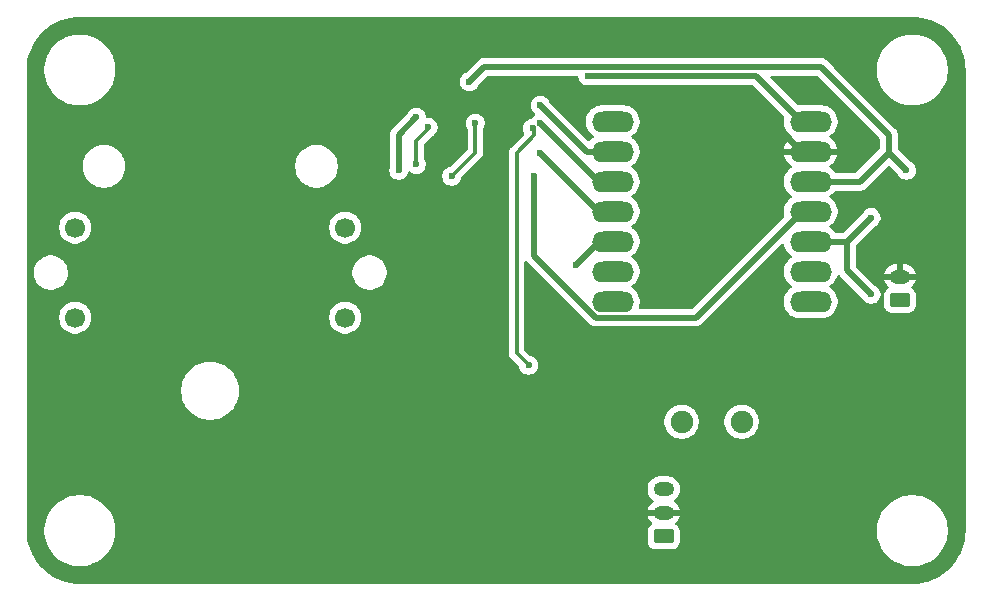
<source format=gbr>
%TF.GenerationSoftware,KiCad,Pcbnew,9.0.6*%
%TF.CreationDate,2026-02-28T12:54:14-08:00*%
%TF.ProjectId,display,64697370-6c61-4792-9e6b-696361645f70,rev?*%
%TF.SameCoordinates,Original*%
%TF.FileFunction,Copper,L2,Bot*%
%TF.FilePolarity,Positive*%
%FSLAX46Y46*%
G04 Gerber Fmt 4.6, Leading zero omitted, Abs format (unit mm)*
G04 Created by KiCad (PCBNEW 9.0.6) date 2026-02-28 12:54:14*
%MOMM*%
%LPD*%
G01*
G04 APERTURE LIST*
G04 Aperture macros list*
%AMRoundRect*
0 Rectangle with rounded corners*
0 $1 Rounding radius*
0 $2 $3 $4 $5 $6 $7 $8 $9 X,Y pos of 4 corners*
0 Add a 4 corners polygon primitive as box body*
4,1,4,$2,$3,$4,$5,$6,$7,$8,$9,$2,$3,0*
0 Add four circle primitives for the rounded corners*
1,1,$1+$1,$2,$3*
1,1,$1+$1,$4,$5*
1,1,$1+$1,$6,$7*
1,1,$1+$1,$8,$9*
0 Add four rect primitives between the rounded corners*
20,1,$1+$1,$2,$3,$4,$5,0*
20,1,$1+$1,$4,$5,$6,$7,0*
20,1,$1+$1,$6,$7,$8,$9,0*
20,1,$1+$1,$8,$9,$2,$3,0*%
G04 Aperture macros list end*
%TA.AperFunction,ComponentPad*%
%ADD10O,3.556000X1.778000*%
%TD*%
%TA.AperFunction,ComponentPad*%
%ADD11C,1.905000*%
%TD*%
%TA.AperFunction,ComponentPad*%
%ADD12C,1.700000*%
%TD*%
%TA.AperFunction,ComponentPad*%
%ADD13RoundRect,0.250000X0.625000X-0.350000X0.625000X0.350000X-0.625000X0.350000X-0.625000X-0.350000X0*%
%TD*%
%TA.AperFunction,ComponentPad*%
%ADD14O,1.750000X1.200000*%
%TD*%
%TA.AperFunction,ViaPad*%
%ADD15C,0.600000*%
%TD*%
%TA.AperFunction,Conductor*%
%ADD16C,0.500000*%
%TD*%
%TA.AperFunction,Conductor*%
%ADD17C,0.300000*%
%TD*%
G04 APERTURE END LIST*
D10*
%TO.P,U2,1,GPIO1_A0_D0*%
%TO.N,unconnected-(U2-GPIO1_A0_D0-Pad1)*%
X135118000Y-82880000D03*
%TO.P,U2,2,GPIO2_A1_D1*%
%TO.N,/MOTOR_A1*%
X135118000Y-85420000D03*
%TO.P,U2,3,GPIO3_A2_D2*%
%TO.N,/MOTOR_A2*%
X135118000Y-87960000D03*
%TO.P,U2,4,GPIO4_A3_D3*%
%TO.N,/MOTOR_B1*%
X135118000Y-90500000D03*
%TO.P,U2,5,GPIO5_A4_D4_SDA*%
%TO.N,Net-(U2-GPIO5_A4_D4_SDA)*%
X135118000Y-93040000D03*
%TO.P,U2,6,GPIO6_A5_D5_SCL*%
%TO.N,unconnected-(U2-GPIO6_A5_D5_SCL-Pad6)*%
X135118000Y-95580000D03*
%TO.P,U2,7,GPIO43_TX_D6*%
%TO.N,unconnected-(U2-GPIO43_TX_D6-Pad7)*%
X135118000Y-98120000D03*
%TO.P,U2,8,GPIO44_D7_RX*%
%TO.N,unconnected-(U2-GPIO44_D7_RX-Pad8)*%
X151882000Y-98120000D03*
%TO.P,U2,9,GPIO7_A8_D8_SCK*%
%TO.N,unconnected-(U2-GPIO7_A8_D8_SCK-Pad9)*%
X151882000Y-95580000D03*
%TO.P,U2,10,GPIO8_A9_D9_CIPO*%
%TO.N,/RESET_BTN*%
X151882000Y-93040000D03*
%TO.P,U2,11,GPIO9_A10_D10_COPI*%
%TO.N,/MOTOR_B2*%
X151882000Y-90500000D03*
%TO.P,U2,12,3V3*%
%TO.N,+3.3V*%
X151882000Y-87960000D03*
%TO.P,U2,13,GND*%
%TO.N,GND*%
X151882000Y-85420000D03*
%TO.P,U2,14,5V*%
%TO.N,+5V*%
X151882000Y-82880000D03*
D11*
%TO.P,U2,15,+BATT*%
%TO.N,unconnected-(U2-+BATT-Pad15)*%
X140960000Y-108280000D03*
%TO.P,U2,16,-BATT*%
%TO.N,unconnected-(U2--BATT-Pad16)*%
X146040000Y-108280000D03*
%TD*%
D12*
%TO.P,M1,1*%
%TO.N,Net-(U1-BOUT1)*%
X89610000Y-99470000D03*
%TO.P,M1,2,-*%
%TO.N,Net-(M1--)*%
X89610000Y-91850000D03*
%TO.P,M1,3*%
%TO.N,Net-(U1-AOUT2)*%
X112470000Y-99470000D03*
%TO.P,M1,4*%
%TO.N,Net-(U1-AOUT1)*%
X112470000Y-91850000D03*
%TD*%
D13*
%TO.P,J2,1,Pin_1*%
%TO.N,/RESET_BTN*%
X159450000Y-98000000D03*
D14*
%TO.P,J2,2,Pin_2*%
%TO.N,GND*%
X159450000Y-96000000D03*
%TD*%
D13*
%TO.P,J1,1,Pin_1*%
%TO.N,+5V*%
X139450000Y-118000000D03*
D14*
%TO.P,J1,2,Pin_2*%
%TO.N,GND*%
X139450000Y-116000000D03*
%TO.P,J1,3,Pin_3*%
%TO.N,/NEO_DATA*%
X139450000Y-114000000D03*
%TD*%
D15*
%TO.N,Net-(U1-VINT)*%
X128000000Y-103500000D03*
%TO.N,/RESET_BTN*%
X157000000Y-97500000D03*
%TO.N,GND*%
X154500000Y-85500000D03*
%TO.N,+3.3V*%
X160000000Y-87000000D03*
%TO.N,Net-(U1-VINT)*%
X128338563Y-83450000D03*
%TO.N,GND*%
X126000000Y-110500000D03*
X120500000Y-111000000D03*
%TO.N,Net-(U1-AISEN)*%
X123500000Y-83000000D03*
X121500000Y-87500000D03*
%TO.N,Net-(U1-AOUT2)*%
X119500000Y-83349997D03*
X118500000Y-86500000D03*
%TO.N,Net-(U1-AOUT1)*%
X118500000Y-82500000D03*
X117000000Y-87000000D03*
%TO.N,Net-(U2-GPIO5_A4_D4_SDA)*%
X132000000Y-95000000D03*
%TO.N,/RESET_BTN*%
X157000000Y-91000000D03*
%TO.N,/MOTOR_B2*%
X128500000Y-87500000D03*
%TO.N,+3.3V*%
X123000000Y-79500000D03*
%TO.N,GND*%
X131000000Y-81000000D03*
%TO.N,+5V*%
X133000000Y-79000000D03*
%TO.N,/MOTOR_B1*%
X129000000Y-85500000D03*
%TO.N,/MOTOR_A2*%
X129000000Y-83000000D03*
%TO.N,/MOTOR_A1*%
X129000000Y-81500000D03*
%TD*%
D16*
%TO.N,/RESET_BTN*%
X154960000Y-95460000D02*
X157000000Y-97500000D01*
X154960000Y-93040000D02*
X154960000Y-95460000D01*
%TO.N,GND*%
X154420000Y-85420000D02*
X154500000Y-85500000D01*
X151120000Y-85420000D02*
X154420000Y-85420000D01*
%TO.N,+3.3V*%
X160000000Y-87000000D02*
X158500000Y-85500000D01*
X123000000Y-79500000D02*
X124251000Y-78249000D01*
X124251000Y-78249000D02*
X152749000Y-78249000D01*
X152749000Y-78249000D02*
X158500000Y-84000000D01*
X158500000Y-84000000D02*
X158500000Y-85500000D01*
X156040000Y-87960000D02*
X158500000Y-85500000D01*
X151120000Y-87960000D02*
X156040000Y-87960000D01*
D17*
%TO.N,Net-(U1-VINT)*%
X128500000Y-84000000D02*
X128500000Y-83500000D01*
X128500000Y-83500000D02*
X128388563Y-83500000D01*
X128388563Y-83500000D02*
X128338563Y-83450000D01*
X128500000Y-84000000D02*
X127000000Y-85500000D01*
X127000000Y-85500000D02*
X127000000Y-102500000D01*
X127000000Y-102500000D02*
X128000000Y-103500000D01*
D16*
%TO.N,GND*%
X125500000Y-111000000D02*
X126000000Y-110500000D01*
X120500000Y-111000000D02*
X125500000Y-111000000D01*
D17*
%TO.N,Net-(U1-AISEN)*%
X123500000Y-85500000D02*
X123500000Y-83000000D01*
X121500000Y-87500000D02*
X123500000Y-85500000D01*
%TO.N,Net-(U1-AOUT2)*%
X118500000Y-84500000D02*
X119500000Y-83500000D01*
X118500000Y-86500000D02*
X118500000Y-84500000D01*
X119500000Y-83500000D02*
X119500000Y-83349997D01*
D16*
%TO.N,Net-(U1-AOUT1)*%
X117000000Y-84000000D02*
X118500000Y-82500000D01*
X117000000Y-87000000D02*
X117000000Y-84000000D01*
%TO.N,Net-(U2-GPIO5_A4_D4_SDA)*%
X133960000Y-93040000D02*
X132000000Y-95000000D01*
X135880000Y-93040000D02*
X133960000Y-93040000D01*
%TO.N,/RESET_BTN*%
X154960000Y-93040000D02*
X157000000Y-91000000D01*
X151120000Y-93040000D02*
X154960000Y-93040000D01*
%TO.N,/MOTOR_B2*%
X128500000Y-94286046D02*
X128500000Y-87500000D01*
X142160000Y-99460000D02*
X133673954Y-99460000D01*
X133673954Y-99460000D02*
X128500000Y-94286046D01*
X151120000Y-90500000D02*
X142160000Y-99460000D01*
%TO.N,GND*%
X146700000Y-81000000D02*
X131000000Y-81000000D01*
X151120000Y-85420000D02*
X146700000Y-81000000D01*
%TO.N,+5V*%
X147240000Y-79000000D02*
X133000000Y-79000000D01*
X151120000Y-82880000D02*
X147240000Y-79000000D01*
%TO.N,/MOTOR_B1*%
X134000000Y-90500000D02*
X129000000Y-85500000D01*
X135880000Y-90500000D02*
X134000000Y-90500000D01*
%TO.N,/MOTOR_A2*%
X133960000Y-87960000D02*
X129000000Y-83000000D01*
X135880000Y-87960000D02*
X133960000Y-87960000D01*
%TO.N,/MOTOR_A1*%
X132920000Y-85420000D02*
X129000000Y-81500000D01*
X135880000Y-85420000D02*
X132920000Y-85420000D01*
%TD*%
%TA.AperFunction,Conductor*%
%TO.N,GND*%
G36*
X152453809Y-79019185D02*
G01*
X152474451Y-79035819D01*
X157713181Y-84274548D01*
X157746666Y-84335871D01*
X157749500Y-84362229D01*
X157749500Y-85137770D01*
X157729815Y-85204809D01*
X157713181Y-85225451D01*
X155765451Y-87173181D01*
X155704128Y-87206666D01*
X155677770Y-87209500D01*
X154006428Y-87209500D01*
X153939389Y-87189815D01*
X153906111Y-87158387D01*
X153830852Y-87054801D01*
X153676199Y-86900148D01*
X153676197Y-86900146D01*
X153676192Y-86900142D01*
X153524605Y-86790008D01*
X153481939Y-86734678D01*
X153475960Y-86665065D01*
X153508565Y-86603270D01*
X153524605Y-86589371D01*
X153675873Y-86479469D01*
X153830471Y-86324871D01*
X153830475Y-86324866D01*
X153958976Y-86147998D01*
X154058237Y-85953191D01*
X154058238Y-85953188D01*
X154125798Y-85745258D01*
X154137718Y-85670000D01*
X151562251Y-85670000D01*
X151593381Y-85616081D01*
X151628000Y-85486880D01*
X151628000Y-85353120D01*
X151593381Y-85223919D01*
X151562251Y-85170000D01*
X154137718Y-85170000D01*
X154125798Y-85094741D01*
X154058238Y-84886811D01*
X154058237Y-84886808D01*
X153958976Y-84692001D01*
X153830475Y-84515133D01*
X153830471Y-84515128D01*
X153675871Y-84360528D01*
X153675866Y-84360524D01*
X153524605Y-84250627D01*
X153481939Y-84195297D01*
X153475960Y-84125684D01*
X153508565Y-84063889D01*
X153524599Y-84049994D01*
X153676199Y-83939852D01*
X153830852Y-83785199D01*
X153830854Y-83785195D01*
X153830857Y-83785193D01*
X153933071Y-83644505D01*
X153959407Y-83608257D01*
X154058701Y-83413383D01*
X154126286Y-83205375D01*
X154147597Y-83070821D01*
X154160500Y-82989361D01*
X154160500Y-82770638D01*
X154136769Y-82620814D01*
X154126286Y-82554625D01*
X154068967Y-82378213D01*
X154058702Y-82346619D01*
X154058701Y-82346616D01*
X154017884Y-82266510D01*
X153959407Y-82151743D01*
X153937642Y-82121786D01*
X153830857Y-81974806D01*
X153676193Y-81820142D01*
X153499260Y-81691595D01*
X153499259Y-81691594D01*
X153499257Y-81691593D01*
X153436825Y-81659782D01*
X153304383Y-81592298D01*
X153304380Y-81592297D01*
X153096376Y-81524714D01*
X152880361Y-81490500D01*
X152880356Y-81490500D01*
X150883644Y-81490500D01*
X150866816Y-81493165D01*
X150797523Y-81484209D01*
X150759739Y-81458372D01*
X148512549Y-79211181D01*
X148479064Y-79149858D01*
X148484048Y-79080166D01*
X148525920Y-79024233D01*
X148591384Y-78999816D01*
X148600230Y-78999500D01*
X152386770Y-78999500D01*
X152453809Y-79019185D01*
G37*
%TD.AperFunction*%
%TA.AperFunction,Conductor*%
G36*
X160502702Y-74000617D02*
G01*
X160886771Y-74017386D01*
X160897506Y-74018326D01*
X161275971Y-74068152D01*
X161286597Y-74070025D01*
X161659284Y-74152648D01*
X161669710Y-74155442D01*
X162033765Y-74270227D01*
X162043911Y-74273920D01*
X162396578Y-74420000D01*
X162406369Y-74424566D01*
X162744942Y-74600816D01*
X162754310Y-74606224D01*
X163076244Y-74811318D01*
X163085105Y-74817523D01*
X163387930Y-75049889D01*
X163396217Y-75056843D01*
X163677635Y-75314715D01*
X163685284Y-75322364D01*
X163943156Y-75603782D01*
X163950110Y-75612069D01*
X164182476Y-75914894D01*
X164188681Y-75923755D01*
X164393775Y-76245689D01*
X164399183Y-76255057D01*
X164575430Y-76593623D01*
X164580002Y-76603427D01*
X164726075Y-76956078D01*
X164729775Y-76966244D01*
X164844554Y-77330278D01*
X164847354Y-77340727D01*
X164929971Y-77713389D01*
X164931849Y-77724042D01*
X164981671Y-78102473D01*
X164982614Y-78113249D01*
X164999382Y-78497297D01*
X164999500Y-78502706D01*
X164999500Y-117497293D01*
X164999382Y-117502702D01*
X164982614Y-117886750D01*
X164981671Y-117897526D01*
X164931849Y-118275957D01*
X164929971Y-118286610D01*
X164847354Y-118659272D01*
X164844554Y-118669721D01*
X164729775Y-119033755D01*
X164726075Y-119043921D01*
X164580002Y-119396572D01*
X164575430Y-119406376D01*
X164399183Y-119744942D01*
X164393775Y-119754310D01*
X164188681Y-120076244D01*
X164182476Y-120085105D01*
X163950110Y-120387930D01*
X163943156Y-120396217D01*
X163685284Y-120677635D01*
X163677635Y-120685284D01*
X163396217Y-120943156D01*
X163387930Y-120950110D01*
X163085105Y-121182476D01*
X163076244Y-121188681D01*
X162754310Y-121393775D01*
X162744942Y-121399183D01*
X162406376Y-121575430D01*
X162396572Y-121580002D01*
X162043921Y-121726075D01*
X162033755Y-121729775D01*
X161669721Y-121844554D01*
X161659272Y-121847354D01*
X161286610Y-121929971D01*
X161275957Y-121931849D01*
X160897526Y-121981671D01*
X160886750Y-121982614D01*
X160502703Y-121999382D01*
X160497294Y-121999500D01*
X90002706Y-121999500D01*
X89997297Y-121999382D01*
X89613249Y-121982614D01*
X89602473Y-121981671D01*
X89224042Y-121931849D01*
X89213389Y-121929971D01*
X88840727Y-121847354D01*
X88830278Y-121844554D01*
X88466244Y-121729775D01*
X88456078Y-121726075D01*
X88103427Y-121580002D01*
X88093623Y-121575430D01*
X87755057Y-121399183D01*
X87745689Y-121393775D01*
X87423755Y-121188681D01*
X87414894Y-121182476D01*
X87112069Y-120950110D01*
X87103782Y-120943156D01*
X86822364Y-120685284D01*
X86814715Y-120677635D01*
X86556843Y-120396217D01*
X86549889Y-120387930D01*
X86317523Y-120085105D01*
X86311318Y-120076244D01*
X86106224Y-119754310D01*
X86100816Y-119744942D01*
X85970818Y-119495219D01*
X85924566Y-119406369D01*
X85919997Y-119396572D01*
X85797360Y-119100500D01*
X85773920Y-119043911D01*
X85770224Y-119033755D01*
X85760623Y-119003304D01*
X85655442Y-118669710D01*
X85652648Y-118659284D01*
X85570025Y-118286597D01*
X85568152Y-118275971D01*
X85518326Y-117897506D01*
X85517386Y-117886771D01*
X85500618Y-117502702D01*
X85500500Y-117497293D01*
X85500500Y-117331491D01*
X86999500Y-117331491D01*
X86999500Y-117668508D01*
X87037231Y-118003381D01*
X87037233Y-118003397D01*
X87112223Y-118331953D01*
X87112227Y-118331965D01*
X87223532Y-118650054D01*
X87369752Y-118953683D01*
X87369754Y-118953686D01*
X87549054Y-119239039D01*
X87759175Y-119502523D01*
X87997477Y-119740825D01*
X88260961Y-119950946D01*
X88546314Y-120130246D01*
X88849949Y-120276469D01*
X89088848Y-120360063D01*
X89168034Y-120387772D01*
X89168046Y-120387776D01*
X89496606Y-120462767D01*
X89831492Y-120500499D01*
X89831493Y-120500500D01*
X89831496Y-120500500D01*
X90168507Y-120500500D01*
X90168507Y-120500499D01*
X90503394Y-120462767D01*
X90831954Y-120387776D01*
X91150051Y-120276469D01*
X91453686Y-120130246D01*
X91739039Y-119950946D01*
X92002523Y-119740825D01*
X92240825Y-119502523D01*
X92450946Y-119239039D01*
X92630246Y-118953686D01*
X92776469Y-118650051D01*
X92887776Y-118331954D01*
X92962767Y-118003394D01*
X93000500Y-117668504D01*
X93000500Y-117331496D01*
X92962767Y-116996606D01*
X92887776Y-116668046D01*
X92776469Y-116349949D01*
X92630246Y-116046314D01*
X92450946Y-115760961D01*
X92240825Y-115497477D01*
X92002523Y-115259175D01*
X91739039Y-115049054D01*
X91453686Y-114869754D01*
X91453683Y-114869752D01*
X91150054Y-114723532D01*
X90831965Y-114612227D01*
X90831953Y-114612223D01*
X90503397Y-114537233D01*
X90503381Y-114537231D01*
X90168508Y-114499500D01*
X90168504Y-114499500D01*
X89831496Y-114499500D01*
X89831491Y-114499500D01*
X89496618Y-114537231D01*
X89496602Y-114537233D01*
X89168046Y-114612223D01*
X89168034Y-114612227D01*
X88849945Y-114723532D01*
X88546316Y-114869752D01*
X88260962Y-115049053D01*
X87997477Y-115259174D01*
X87759174Y-115497477D01*
X87549053Y-115760962D01*
X87369752Y-116046316D01*
X87223532Y-116349945D01*
X87112227Y-116668034D01*
X87112223Y-116668046D01*
X87037233Y-116996602D01*
X87037231Y-116996618D01*
X86999500Y-117331491D01*
X85500500Y-117331491D01*
X85500500Y-113913389D01*
X138074500Y-113913389D01*
X138074500Y-114086611D01*
X138101598Y-114257701D01*
X138155127Y-114422445D01*
X138233768Y-114576788D01*
X138335586Y-114716928D01*
X138458072Y-114839414D01*
X138541449Y-114899991D01*
X138584114Y-114955322D01*
X138590093Y-115024935D01*
X138557487Y-115086730D01*
X138541448Y-115100627D01*
X138458404Y-115160961D01*
X138458399Y-115160965D01*
X138335967Y-115283397D01*
X138234195Y-115423475D01*
X138155591Y-115577744D01*
X138102085Y-115742415D01*
X138100884Y-115749999D01*
X138100885Y-115750000D01*
X139169670Y-115750000D01*
X139149925Y-115769745D01*
X139100556Y-115855255D01*
X139075000Y-115950630D01*
X139075000Y-116049370D01*
X139100556Y-116144745D01*
X139149925Y-116230255D01*
X139169670Y-116250000D01*
X138100885Y-116250000D01*
X138102085Y-116257584D01*
X138155591Y-116422255D01*
X138234195Y-116576524D01*
X138335967Y-116716602D01*
X138443565Y-116824200D01*
X138477050Y-116885523D01*
X138472066Y-116955215D01*
X138430194Y-117011148D01*
X138420981Y-117017420D01*
X138356342Y-117057289D01*
X138232289Y-117181342D01*
X138140187Y-117330663D01*
X138140185Y-117330668D01*
X138139912Y-117331493D01*
X138085001Y-117497203D01*
X138085001Y-117497204D01*
X138085000Y-117497204D01*
X138074500Y-117599983D01*
X138074500Y-118400001D01*
X138074501Y-118400019D01*
X138085000Y-118502796D01*
X138085001Y-118502799D01*
X138140185Y-118669331D01*
X138140187Y-118669336D01*
X138175069Y-118725888D01*
X138232288Y-118818656D01*
X138356344Y-118942712D01*
X138505666Y-119034814D01*
X138672203Y-119089999D01*
X138774991Y-119100500D01*
X140125008Y-119100499D01*
X140227797Y-119089999D01*
X140394334Y-119034814D01*
X140543656Y-118942712D01*
X140667712Y-118818656D01*
X140759814Y-118669334D01*
X140814999Y-118502797D01*
X140825500Y-118400009D01*
X140825499Y-117599992D01*
X140814999Y-117497203D01*
X140760088Y-117331493D01*
X140760087Y-117331491D01*
X157499500Y-117331491D01*
X157499500Y-117668508D01*
X157537231Y-118003381D01*
X157537233Y-118003397D01*
X157612223Y-118331953D01*
X157612227Y-118331965D01*
X157723532Y-118650054D01*
X157869752Y-118953683D01*
X157869754Y-118953686D01*
X158049054Y-119239039D01*
X158259175Y-119502523D01*
X158497477Y-119740825D01*
X158760961Y-119950946D01*
X159046314Y-120130246D01*
X159349949Y-120276469D01*
X159588848Y-120360063D01*
X159668034Y-120387772D01*
X159668046Y-120387776D01*
X159996606Y-120462767D01*
X160331492Y-120500499D01*
X160331493Y-120500500D01*
X160331496Y-120500500D01*
X160668507Y-120500500D01*
X160668507Y-120500499D01*
X161003394Y-120462767D01*
X161331954Y-120387776D01*
X161650051Y-120276469D01*
X161953686Y-120130246D01*
X162239039Y-119950946D01*
X162502523Y-119740825D01*
X162740825Y-119502523D01*
X162950946Y-119239039D01*
X163130246Y-118953686D01*
X163276469Y-118650051D01*
X163387776Y-118331954D01*
X163462767Y-118003394D01*
X163500500Y-117668504D01*
X163500500Y-117331496D01*
X163462767Y-116996606D01*
X163387776Y-116668046D01*
X163276469Y-116349949D01*
X163130246Y-116046314D01*
X162950946Y-115760961D01*
X162740825Y-115497477D01*
X162502523Y-115259175D01*
X162239039Y-115049054D01*
X161953686Y-114869754D01*
X161953683Y-114869752D01*
X161650054Y-114723532D01*
X161331965Y-114612227D01*
X161331953Y-114612223D01*
X161003397Y-114537233D01*
X161003381Y-114537231D01*
X160668508Y-114499500D01*
X160668504Y-114499500D01*
X160331496Y-114499500D01*
X160331491Y-114499500D01*
X159996618Y-114537231D01*
X159996602Y-114537233D01*
X159668046Y-114612223D01*
X159668034Y-114612227D01*
X159349945Y-114723532D01*
X159046316Y-114869752D01*
X158760962Y-115049053D01*
X158497477Y-115259174D01*
X158259174Y-115497477D01*
X158049053Y-115760962D01*
X157869752Y-116046316D01*
X157723532Y-116349945D01*
X157612227Y-116668034D01*
X157612223Y-116668046D01*
X157537233Y-116996602D01*
X157537231Y-116996618D01*
X157499500Y-117331491D01*
X140760087Y-117331491D01*
X140759817Y-117330674D01*
X140759815Y-117330671D01*
X140759814Y-117330666D01*
X140667712Y-117181344D01*
X140543656Y-117057288D01*
X140543655Y-117057287D01*
X140479019Y-117017420D01*
X140432294Y-116965472D01*
X140421071Y-116896510D01*
X140448914Y-116832428D01*
X140456434Y-116824199D01*
X140564035Y-116716598D01*
X140665804Y-116576524D01*
X140744408Y-116422255D01*
X140797914Y-116257584D01*
X140799115Y-116250000D01*
X139730330Y-116250000D01*
X139750075Y-116230255D01*
X139799444Y-116144745D01*
X139825000Y-116049370D01*
X139825000Y-115950630D01*
X139799444Y-115855255D01*
X139750075Y-115769745D01*
X139730330Y-115750000D01*
X140799115Y-115750000D01*
X140799115Y-115749999D01*
X140797914Y-115742415D01*
X140744408Y-115577744D01*
X140665804Y-115423475D01*
X140564032Y-115283397D01*
X140441602Y-115160967D01*
X140358551Y-115100628D01*
X140315885Y-115045298D01*
X140309906Y-114975685D01*
X140342511Y-114913889D01*
X140358551Y-114899991D01*
X140441928Y-114839414D01*
X140564414Y-114716928D01*
X140666232Y-114576788D01*
X140744873Y-114422445D01*
X140798402Y-114257701D01*
X140825500Y-114086611D01*
X140825500Y-113913389D01*
X140798402Y-113742299D01*
X140744873Y-113577555D01*
X140666232Y-113423212D01*
X140564414Y-113283072D01*
X140441928Y-113160586D01*
X140301788Y-113058768D01*
X140147445Y-112980127D01*
X139982701Y-112926598D01*
X139982699Y-112926597D01*
X139982698Y-112926597D01*
X139851271Y-112905781D01*
X139811611Y-112899500D01*
X139088389Y-112899500D01*
X139048728Y-112905781D01*
X138917302Y-112926597D01*
X138752552Y-112980128D01*
X138598211Y-113058768D01*
X138518256Y-113116859D01*
X138458072Y-113160586D01*
X138458070Y-113160588D01*
X138458069Y-113160588D01*
X138335588Y-113283069D01*
X138335588Y-113283070D01*
X138335586Y-113283072D01*
X138291859Y-113343256D01*
X138233768Y-113423211D01*
X138155128Y-113577552D01*
X138101597Y-113742302D01*
X138074500Y-113913389D01*
X85500500Y-113913389D01*
X85500500Y-108165646D01*
X139507000Y-108165646D01*
X139507000Y-108394353D01*
X139542778Y-108620246D01*
X139542778Y-108620249D01*
X139613450Y-108837755D01*
X139613452Y-108837758D01*
X139717283Y-109041538D01*
X139851714Y-109226566D01*
X140013434Y-109388286D01*
X140198462Y-109522717D01*
X140402242Y-109626548D01*
X140402244Y-109626549D01*
X140619751Y-109697221D01*
X140619752Y-109697221D01*
X140619755Y-109697222D01*
X140845646Y-109733000D01*
X140845647Y-109733000D01*
X141074353Y-109733000D01*
X141074354Y-109733000D01*
X141300245Y-109697222D01*
X141300248Y-109697221D01*
X141300249Y-109697221D01*
X141517755Y-109626549D01*
X141517755Y-109626548D01*
X141517758Y-109626548D01*
X141721538Y-109522717D01*
X141906566Y-109388286D01*
X142068286Y-109226566D01*
X142202717Y-109041538D01*
X142306548Y-108837758D01*
X142377222Y-108620245D01*
X142413000Y-108394354D01*
X142413000Y-108165646D01*
X144587000Y-108165646D01*
X144587000Y-108394353D01*
X144622778Y-108620246D01*
X144622778Y-108620249D01*
X144693450Y-108837755D01*
X144693452Y-108837758D01*
X144797283Y-109041538D01*
X144931714Y-109226566D01*
X145093434Y-109388286D01*
X145278462Y-109522717D01*
X145482242Y-109626548D01*
X145482244Y-109626549D01*
X145699751Y-109697221D01*
X145699752Y-109697221D01*
X145699755Y-109697222D01*
X145925646Y-109733000D01*
X145925647Y-109733000D01*
X146154353Y-109733000D01*
X146154354Y-109733000D01*
X146380245Y-109697222D01*
X146380248Y-109697221D01*
X146380249Y-109697221D01*
X146597755Y-109626549D01*
X146597755Y-109626548D01*
X146597758Y-109626548D01*
X146801538Y-109522717D01*
X146986566Y-109388286D01*
X147148286Y-109226566D01*
X147282717Y-109041538D01*
X147386548Y-108837758D01*
X147457222Y-108620245D01*
X147493000Y-108394354D01*
X147493000Y-108165646D01*
X147457222Y-107939755D01*
X147457221Y-107939751D01*
X147457221Y-107939750D01*
X147386549Y-107722244D01*
X147386548Y-107722242D01*
X147282717Y-107518462D01*
X147148286Y-107333434D01*
X146986566Y-107171714D01*
X146801538Y-107037283D01*
X146597755Y-106933450D01*
X146380248Y-106862778D01*
X146210826Y-106835944D01*
X146154354Y-106827000D01*
X145925646Y-106827000D01*
X145850349Y-106838926D01*
X145699753Y-106862778D01*
X145699750Y-106862778D01*
X145482244Y-106933450D01*
X145278461Y-107037283D01*
X145219301Y-107080266D01*
X145093434Y-107171714D01*
X145093432Y-107171716D01*
X145093431Y-107171716D01*
X144931716Y-107333431D01*
X144931716Y-107333432D01*
X144931714Y-107333434D01*
X144873980Y-107412896D01*
X144797283Y-107518461D01*
X144693450Y-107722244D01*
X144622778Y-107939750D01*
X144622778Y-107939753D01*
X144587000Y-108165646D01*
X142413000Y-108165646D01*
X142377222Y-107939755D01*
X142377221Y-107939751D01*
X142377221Y-107939750D01*
X142306549Y-107722244D01*
X142306548Y-107722242D01*
X142202717Y-107518462D01*
X142068286Y-107333434D01*
X141906566Y-107171714D01*
X141721538Y-107037283D01*
X141517755Y-106933450D01*
X141300248Y-106862778D01*
X141130826Y-106835944D01*
X141074354Y-106827000D01*
X140845646Y-106827000D01*
X140770349Y-106838926D01*
X140619753Y-106862778D01*
X140619750Y-106862778D01*
X140402244Y-106933450D01*
X140198461Y-107037283D01*
X140139301Y-107080266D01*
X140013434Y-107171714D01*
X140013432Y-107171716D01*
X140013431Y-107171716D01*
X139851716Y-107333431D01*
X139851716Y-107333432D01*
X139851714Y-107333434D01*
X139793980Y-107412896D01*
X139717283Y-107518461D01*
X139613450Y-107722244D01*
X139542778Y-107939750D01*
X139542778Y-107939753D01*
X139507000Y-108165646D01*
X85500500Y-108165646D01*
X85500500Y-105522378D01*
X98589500Y-105522378D01*
X98589500Y-105797621D01*
X98620315Y-106071108D01*
X98620317Y-106071124D01*
X98681561Y-106339453D01*
X98681565Y-106339465D01*
X98772467Y-106599246D01*
X98891884Y-106847218D01*
X98891886Y-106847221D01*
X99038319Y-107080268D01*
X99209925Y-107295455D01*
X99404545Y-107490075D01*
X99619732Y-107661681D01*
X99852779Y-107808114D01*
X100100757Y-107927534D01*
X100295865Y-107995805D01*
X100360534Y-108018434D01*
X100360543Y-108018437D01*
X100360546Y-108018438D01*
X100628879Y-108079683D01*
X100902378Y-108110499D01*
X100902379Y-108110500D01*
X100902383Y-108110500D01*
X101177621Y-108110500D01*
X101177621Y-108110499D01*
X101451121Y-108079683D01*
X101719454Y-108018438D01*
X101979243Y-107927534D01*
X102227221Y-107808114D01*
X102460268Y-107661681D01*
X102675455Y-107490075D01*
X102870075Y-107295455D01*
X103041681Y-107080268D01*
X103188114Y-106847221D01*
X103307534Y-106599243D01*
X103398438Y-106339454D01*
X103459683Y-106071121D01*
X103490500Y-105797617D01*
X103490500Y-105522383D01*
X103459683Y-105248879D01*
X103398438Y-104980546D01*
X103307534Y-104720757D01*
X103188114Y-104472779D01*
X103041681Y-104239732D01*
X102870075Y-104024545D01*
X102675455Y-103829925D01*
X102460268Y-103658319D01*
X102227221Y-103511886D01*
X102227218Y-103511884D01*
X101979246Y-103392467D01*
X101719465Y-103301565D01*
X101719453Y-103301561D01*
X101451124Y-103240317D01*
X101451108Y-103240315D01*
X101177621Y-103209500D01*
X101177617Y-103209500D01*
X100902383Y-103209500D01*
X100902379Y-103209500D01*
X100628891Y-103240315D01*
X100628875Y-103240317D01*
X100360546Y-103301561D01*
X100360534Y-103301565D01*
X100100753Y-103392467D01*
X99852781Y-103511884D01*
X99619733Y-103658318D01*
X99404545Y-103829924D01*
X99209924Y-104024545D01*
X99038318Y-104239733D01*
X98891884Y-104472781D01*
X98772467Y-104720753D01*
X98681565Y-104980534D01*
X98681561Y-104980546D01*
X98620317Y-105248875D01*
X98620315Y-105248891D01*
X98589500Y-105522378D01*
X85500500Y-105522378D01*
X85500500Y-99363713D01*
X88259500Y-99363713D01*
X88259500Y-99576286D01*
X88292753Y-99786239D01*
X88358444Y-99988414D01*
X88454951Y-100177820D01*
X88579890Y-100349786D01*
X88730213Y-100500109D01*
X88902179Y-100625048D01*
X88902181Y-100625049D01*
X88902184Y-100625051D01*
X89091588Y-100721557D01*
X89293757Y-100787246D01*
X89503713Y-100820500D01*
X89503714Y-100820500D01*
X89716286Y-100820500D01*
X89716287Y-100820500D01*
X89926243Y-100787246D01*
X90128412Y-100721557D01*
X90317816Y-100625051D01*
X90339789Y-100609086D01*
X90489786Y-100500109D01*
X90489788Y-100500106D01*
X90489792Y-100500104D01*
X90640104Y-100349792D01*
X90640106Y-100349788D01*
X90640109Y-100349786D01*
X90765048Y-100177820D01*
X90765047Y-100177820D01*
X90765051Y-100177816D01*
X90861557Y-99988412D01*
X90927246Y-99786243D01*
X90960500Y-99576287D01*
X90960500Y-99363713D01*
X111119500Y-99363713D01*
X111119500Y-99576286D01*
X111152753Y-99786239D01*
X111218444Y-99988414D01*
X111314951Y-100177820D01*
X111439890Y-100349786D01*
X111590213Y-100500109D01*
X111762179Y-100625048D01*
X111762181Y-100625049D01*
X111762184Y-100625051D01*
X111951588Y-100721557D01*
X112153757Y-100787246D01*
X112363713Y-100820500D01*
X112363714Y-100820500D01*
X112576286Y-100820500D01*
X112576287Y-100820500D01*
X112786243Y-100787246D01*
X112988412Y-100721557D01*
X113177816Y-100625051D01*
X113199789Y-100609086D01*
X113349786Y-100500109D01*
X113349788Y-100500106D01*
X113349792Y-100500104D01*
X113500104Y-100349792D01*
X113500106Y-100349788D01*
X113500109Y-100349786D01*
X113625048Y-100177820D01*
X113625047Y-100177820D01*
X113625051Y-100177816D01*
X113721557Y-99988412D01*
X113787246Y-99786243D01*
X113820500Y-99576287D01*
X113820500Y-99363713D01*
X113787246Y-99153757D01*
X113721557Y-98951588D01*
X113625051Y-98762184D01*
X113625049Y-98762181D01*
X113625048Y-98762179D01*
X113500109Y-98590213D01*
X113349786Y-98439890D01*
X113177820Y-98314951D01*
X112988414Y-98218444D01*
X112988413Y-98218443D01*
X112988412Y-98218443D01*
X112786243Y-98152754D01*
X112786241Y-98152753D01*
X112786240Y-98152753D01*
X112624957Y-98127208D01*
X112576287Y-98119500D01*
X112363713Y-98119500D01*
X112315042Y-98127208D01*
X112153760Y-98152753D01*
X111951585Y-98218444D01*
X111762179Y-98314951D01*
X111590213Y-98439890D01*
X111439890Y-98590213D01*
X111314951Y-98762179D01*
X111218444Y-98951585D01*
X111152753Y-99153760D01*
X111119500Y-99363713D01*
X90960500Y-99363713D01*
X90927246Y-99153757D01*
X90861557Y-98951588D01*
X90765051Y-98762184D01*
X90765049Y-98762181D01*
X90765048Y-98762179D01*
X90640109Y-98590213D01*
X90489786Y-98439890D01*
X90317820Y-98314951D01*
X90128414Y-98218444D01*
X90128413Y-98218443D01*
X90128412Y-98218443D01*
X89926243Y-98152754D01*
X89926241Y-98152753D01*
X89926240Y-98152753D01*
X89764957Y-98127208D01*
X89716287Y-98119500D01*
X89503713Y-98119500D01*
X89455042Y-98127208D01*
X89293760Y-98152753D01*
X89091585Y-98218444D01*
X88902179Y-98314951D01*
X88730213Y-98439890D01*
X88579890Y-98590213D01*
X88454951Y-98762179D01*
X88358444Y-98951585D01*
X88292753Y-99153760D01*
X88259500Y-99363713D01*
X85500500Y-99363713D01*
X85500500Y-95545837D01*
X86089500Y-95545837D01*
X86089500Y-95774162D01*
X86125215Y-95999660D01*
X86195770Y-96216803D01*
X86276376Y-96375000D01*
X86299421Y-96420228D01*
X86433621Y-96604937D01*
X86595063Y-96766379D01*
X86779772Y-96900579D01*
X86840641Y-96931593D01*
X86983196Y-97004229D01*
X86983198Y-97004229D01*
X86983201Y-97004231D01*
X87099592Y-97042049D01*
X87200339Y-97074784D01*
X87425838Y-97110500D01*
X87425843Y-97110500D01*
X87654162Y-97110500D01*
X87879660Y-97074784D01*
X88096799Y-97004231D01*
X88300228Y-96900579D01*
X88484937Y-96766379D01*
X88646379Y-96604937D01*
X88780579Y-96420228D01*
X88884231Y-96216799D01*
X88954784Y-95999660D01*
X88965241Y-95933638D01*
X88990500Y-95774162D01*
X88990500Y-95545837D01*
X113089500Y-95545837D01*
X113089500Y-95774162D01*
X113125215Y-95999660D01*
X113195770Y-96216803D01*
X113276376Y-96375000D01*
X113299421Y-96420228D01*
X113433621Y-96604937D01*
X113595063Y-96766379D01*
X113779772Y-96900579D01*
X113840641Y-96931593D01*
X113983196Y-97004229D01*
X113983198Y-97004229D01*
X113983201Y-97004231D01*
X114099592Y-97042049D01*
X114200339Y-97074784D01*
X114425838Y-97110500D01*
X114425843Y-97110500D01*
X114654162Y-97110500D01*
X114879660Y-97074784D01*
X115096799Y-97004231D01*
X115300228Y-96900579D01*
X115484937Y-96766379D01*
X115646379Y-96604937D01*
X115780579Y-96420228D01*
X115884231Y-96216799D01*
X115954784Y-95999660D01*
X115965241Y-95933638D01*
X115990500Y-95774162D01*
X115990500Y-95545837D01*
X115954784Y-95320339D01*
X115899155Y-95149132D01*
X115884231Y-95103201D01*
X115884229Y-95103198D01*
X115884229Y-95103196D01*
X115800502Y-94938874D01*
X115780579Y-94899772D01*
X115646379Y-94715063D01*
X115484937Y-94553621D01*
X115300228Y-94419421D01*
X115255086Y-94396420D01*
X115096803Y-94315770D01*
X114879660Y-94245215D01*
X114654162Y-94209500D01*
X114654157Y-94209500D01*
X114425843Y-94209500D01*
X114425838Y-94209500D01*
X114200339Y-94245215D01*
X113983196Y-94315770D01*
X113779771Y-94419421D01*
X113595061Y-94553622D01*
X113433622Y-94715061D01*
X113299421Y-94899771D01*
X113195770Y-95103196D01*
X113125215Y-95320339D01*
X113089500Y-95545837D01*
X88990500Y-95545837D01*
X88954784Y-95320339D01*
X88899155Y-95149132D01*
X88884231Y-95103201D01*
X88884229Y-95103198D01*
X88884229Y-95103196D01*
X88800502Y-94938874D01*
X88780579Y-94899772D01*
X88646379Y-94715063D01*
X88484937Y-94553621D01*
X88300228Y-94419421D01*
X88255086Y-94396420D01*
X88096803Y-94315770D01*
X87879660Y-94245215D01*
X87654162Y-94209500D01*
X87654157Y-94209500D01*
X87425843Y-94209500D01*
X87425838Y-94209500D01*
X87200339Y-94245215D01*
X86983196Y-94315770D01*
X86779771Y-94419421D01*
X86595061Y-94553622D01*
X86433622Y-94715061D01*
X86299421Y-94899771D01*
X86195770Y-95103196D01*
X86125215Y-95320339D01*
X86089500Y-95545837D01*
X85500500Y-95545837D01*
X85500500Y-91743713D01*
X88259500Y-91743713D01*
X88259500Y-91956287D01*
X88292754Y-92166243D01*
X88316194Y-92238385D01*
X88358444Y-92368414D01*
X88454951Y-92557820D01*
X88579890Y-92729786D01*
X88730213Y-92880109D01*
X88902179Y-93005048D01*
X88902181Y-93005049D01*
X88902184Y-93005051D01*
X89091588Y-93101557D01*
X89293757Y-93167246D01*
X89503713Y-93200500D01*
X89503714Y-93200500D01*
X89716286Y-93200500D01*
X89716287Y-93200500D01*
X89926243Y-93167246D01*
X90128412Y-93101557D01*
X90317816Y-93005051D01*
X90339789Y-92989086D01*
X90489786Y-92880109D01*
X90489788Y-92880106D01*
X90489792Y-92880104D01*
X90640104Y-92729792D01*
X90640106Y-92729788D01*
X90640109Y-92729786D01*
X90765048Y-92557820D01*
X90765047Y-92557820D01*
X90765051Y-92557816D01*
X90861557Y-92368412D01*
X90927246Y-92166243D01*
X90960500Y-91956287D01*
X90960500Y-91743713D01*
X111119500Y-91743713D01*
X111119500Y-91956287D01*
X111152754Y-92166243D01*
X111176194Y-92238385D01*
X111218444Y-92368414D01*
X111314951Y-92557820D01*
X111439890Y-92729786D01*
X111590213Y-92880109D01*
X111762179Y-93005048D01*
X111762181Y-93005049D01*
X111762184Y-93005051D01*
X111951588Y-93101557D01*
X112153757Y-93167246D01*
X112363713Y-93200500D01*
X112363714Y-93200500D01*
X112576286Y-93200500D01*
X112576287Y-93200500D01*
X112786243Y-93167246D01*
X112988412Y-93101557D01*
X113177816Y-93005051D01*
X113199789Y-92989086D01*
X113349786Y-92880109D01*
X113349788Y-92880106D01*
X113349792Y-92880104D01*
X113500104Y-92729792D01*
X113500106Y-92729788D01*
X113500109Y-92729786D01*
X113625048Y-92557820D01*
X113625047Y-92557820D01*
X113625051Y-92557816D01*
X113721557Y-92368412D01*
X113787246Y-92166243D01*
X113820500Y-91956287D01*
X113820500Y-91743713D01*
X113787246Y-91533757D01*
X113721557Y-91331588D01*
X113625051Y-91142184D01*
X113625049Y-91142181D01*
X113625048Y-91142179D01*
X113500109Y-90970213D01*
X113349786Y-90819890D01*
X113177820Y-90694951D01*
X112988414Y-90598444D01*
X112988413Y-90598443D01*
X112988412Y-90598443D01*
X112786243Y-90532754D01*
X112786241Y-90532753D01*
X112786240Y-90532753D01*
X112624957Y-90507208D01*
X112576287Y-90499500D01*
X112363713Y-90499500D01*
X112315042Y-90507208D01*
X112153760Y-90532753D01*
X111951585Y-90598444D01*
X111762179Y-90694951D01*
X111590213Y-90819890D01*
X111439890Y-90970213D01*
X111314951Y-91142179D01*
X111218444Y-91331585D01*
X111152753Y-91533760D01*
X111131225Y-91669682D01*
X111119500Y-91743713D01*
X90960500Y-91743713D01*
X90927246Y-91533757D01*
X90861557Y-91331588D01*
X90765051Y-91142184D01*
X90765049Y-91142181D01*
X90765048Y-91142179D01*
X90640109Y-90970213D01*
X90489786Y-90819890D01*
X90317820Y-90694951D01*
X90128414Y-90598444D01*
X90128413Y-90598443D01*
X90128412Y-90598443D01*
X89926243Y-90532754D01*
X89926241Y-90532753D01*
X89926240Y-90532753D01*
X89764957Y-90507208D01*
X89716287Y-90499500D01*
X89503713Y-90499500D01*
X89455042Y-90507208D01*
X89293760Y-90532753D01*
X89091585Y-90598444D01*
X88902179Y-90694951D01*
X88730213Y-90819890D01*
X88579890Y-90970213D01*
X88454951Y-91142179D01*
X88358444Y-91331585D01*
X88292753Y-91533760D01*
X88271225Y-91669682D01*
X88259500Y-91743713D01*
X85500500Y-91743713D01*
X85500500Y-86541995D01*
X90239500Y-86541995D01*
X90239500Y-86778004D01*
X90239501Y-86778020D01*
X90270306Y-87012010D01*
X90331394Y-87239993D01*
X90421714Y-87458045D01*
X90421719Y-87458056D01*
X90491456Y-87578842D01*
X90539727Y-87662450D01*
X90539729Y-87662453D01*
X90539730Y-87662454D01*
X90683406Y-87849697D01*
X90683412Y-87849704D01*
X90850295Y-88016587D01*
X90850302Y-88016593D01*
X90919064Y-88069356D01*
X91037550Y-88160273D01*
X91168918Y-88236118D01*
X91241943Y-88278280D01*
X91241948Y-88278282D01*
X91241951Y-88278284D01*
X91460007Y-88368606D01*
X91687986Y-88429693D01*
X91921989Y-88460500D01*
X91921996Y-88460500D01*
X92158004Y-88460500D01*
X92158011Y-88460500D01*
X92392014Y-88429693D01*
X92619993Y-88368606D01*
X92838049Y-88278284D01*
X93042450Y-88160273D01*
X93229699Y-88016592D01*
X93396592Y-87849699D01*
X93540273Y-87662450D01*
X93658284Y-87458049D01*
X93748606Y-87239993D01*
X93809693Y-87012014D01*
X93840500Y-86778011D01*
X93840500Y-86541995D01*
X108239500Y-86541995D01*
X108239500Y-86778004D01*
X108239501Y-86778020D01*
X108270306Y-87012010D01*
X108331394Y-87239993D01*
X108421714Y-87458045D01*
X108421719Y-87458056D01*
X108491456Y-87578842D01*
X108539727Y-87662450D01*
X108539729Y-87662453D01*
X108539730Y-87662454D01*
X108683406Y-87849697D01*
X108683412Y-87849704D01*
X108850295Y-88016587D01*
X108850302Y-88016593D01*
X108919064Y-88069356D01*
X109037550Y-88160273D01*
X109168918Y-88236118D01*
X109241943Y-88278280D01*
X109241948Y-88278282D01*
X109241951Y-88278284D01*
X109460007Y-88368606D01*
X109687986Y-88429693D01*
X109921989Y-88460500D01*
X109921996Y-88460500D01*
X110158004Y-88460500D01*
X110158011Y-88460500D01*
X110392014Y-88429693D01*
X110619993Y-88368606D01*
X110838049Y-88278284D01*
X111042450Y-88160273D01*
X111229699Y-88016592D01*
X111396592Y-87849699D01*
X111540273Y-87662450D01*
X111658284Y-87458049D01*
X111748606Y-87239993D01*
X111809693Y-87012014D01*
X111821654Y-86921158D01*
X116199500Y-86921158D01*
X116199500Y-86929001D01*
X116199500Y-87078846D01*
X116230261Y-87233489D01*
X116230264Y-87233501D01*
X116290602Y-87379172D01*
X116290609Y-87379185D01*
X116378210Y-87510288D01*
X116378213Y-87510292D01*
X116489707Y-87621786D01*
X116489711Y-87621789D01*
X116620814Y-87709390D01*
X116620827Y-87709397D01*
X116736117Y-87757151D01*
X116766503Y-87769737D01*
X116921153Y-87800499D01*
X116921156Y-87800500D01*
X116921158Y-87800500D01*
X117078844Y-87800500D01*
X117078845Y-87800499D01*
X117233497Y-87769737D01*
X117379179Y-87709394D01*
X117510289Y-87621789D01*
X117621789Y-87510289D01*
X117681348Y-87421153D01*
X120699500Y-87421153D01*
X120699500Y-87578846D01*
X120730261Y-87733489D01*
X120730264Y-87733501D01*
X120790602Y-87879172D01*
X120790609Y-87879185D01*
X120878210Y-88010288D01*
X120878213Y-88010292D01*
X120989707Y-88121786D01*
X120989711Y-88121789D01*
X121120814Y-88209390D01*
X121120827Y-88209397D01*
X121266498Y-88269735D01*
X121266503Y-88269737D01*
X121421153Y-88300499D01*
X121421156Y-88300500D01*
X121421158Y-88300500D01*
X121578844Y-88300500D01*
X121578845Y-88300499D01*
X121733497Y-88269737D01*
X121879179Y-88209394D01*
X122010289Y-88121789D01*
X122121789Y-88010289D01*
X122209394Y-87879179D01*
X122269737Y-87733497D01*
X122283079Y-87666417D01*
X122315462Y-87604508D01*
X122316956Y-87602987D01*
X124005276Y-85914669D01*
X124076465Y-85808127D01*
X124125501Y-85689744D01*
X124147561Y-85578842D01*
X124150500Y-85564069D01*
X124150500Y-83504935D01*
X124170185Y-83437896D01*
X124171366Y-83436090D01*
X124209394Y-83379179D01*
X124212719Y-83371153D01*
X124223067Y-83346166D01*
X124269737Y-83233497D01*
X124300500Y-83078842D01*
X124300500Y-82921158D01*
X124300500Y-82921155D01*
X124300499Y-82921153D01*
X124284298Y-82839708D01*
X124269737Y-82766503D01*
X124269735Y-82766498D01*
X124209397Y-82620827D01*
X124209390Y-82620814D01*
X124121789Y-82489711D01*
X124121786Y-82489707D01*
X124010292Y-82378213D01*
X124010288Y-82378210D01*
X123879185Y-82290609D01*
X123879172Y-82290602D01*
X123733501Y-82230264D01*
X123733489Y-82230261D01*
X123578845Y-82199500D01*
X123578842Y-82199500D01*
X123421158Y-82199500D01*
X123421155Y-82199500D01*
X123266510Y-82230261D01*
X123266498Y-82230264D01*
X123120827Y-82290602D01*
X123120814Y-82290609D01*
X122989711Y-82378210D01*
X122989707Y-82378213D01*
X122878213Y-82489707D01*
X122878210Y-82489711D01*
X122790609Y-82620814D01*
X122790602Y-82620827D01*
X122730264Y-82766498D01*
X122730261Y-82766510D01*
X122699500Y-82921153D01*
X122699500Y-83078846D01*
X122730261Y-83233489D01*
X122730264Y-83233501D01*
X122790602Y-83379172D01*
X122790606Y-83379179D01*
X122828602Y-83436044D01*
X122849480Y-83502721D01*
X122849500Y-83504935D01*
X122849500Y-85179192D01*
X122829815Y-85246231D01*
X122813181Y-85266873D01*
X121397069Y-86682984D01*
X121335746Y-86716469D01*
X121333580Y-86716920D01*
X121266508Y-86730261D01*
X121266498Y-86730264D01*
X121120827Y-86790602D01*
X121120814Y-86790609D01*
X120989711Y-86878210D01*
X120989707Y-86878213D01*
X120878213Y-86989707D01*
X120878210Y-86989711D01*
X120790609Y-87120814D01*
X120790602Y-87120827D01*
X120730264Y-87266498D01*
X120730261Y-87266510D01*
X120699500Y-87421153D01*
X117681348Y-87421153D01*
X117709394Y-87379179D01*
X117769737Y-87233497D01*
X117779508Y-87184373D01*
X117811892Y-87122464D01*
X117872607Y-87087890D01*
X117942377Y-87091629D01*
X117984696Y-87118295D01*
X117985001Y-87117924D01*
X117987957Y-87120350D01*
X117988806Y-87120885D01*
X117989707Y-87121786D01*
X117989711Y-87121789D01*
X118120814Y-87209390D01*
X118120827Y-87209397D01*
X118258683Y-87266498D01*
X118266503Y-87269737D01*
X118421153Y-87300499D01*
X118421156Y-87300500D01*
X118421158Y-87300500D01*
X118578844Y-87300500D01*
X118578845Y-87300499D01*
X118589179Y-87298443D01*
X118614287Y-87293450D01*
X118614292Y-87293449D01*
X118699800Y-87276439D01*
X118733497Y-87269737D01*
X118879179Y-87209394D01*
X119010289Y-87121789D01*
X119121789Y-87010289D01*
X119209394Y-86879179D01*
X119269737Y-86733497D01*
X119300500Y-86578842D01*
X119300500Y-86421158D01*
X119300500Y-86421155D01*
X119300499Y-86421153D01*
X119277989Y-86307989D01*
X119269737Y-86266503D01*
X119269735Y-86266498D01*
X119209397Y-86120828D01*
X119209396Y-86120827D01*
X119209394Y-86120821D01*
X119171396Y-86063953D01*
X119150520Y-85997276D01*
X119150500Y-85995064D01*
X119150500Y-84820807D01*
X119170185Y-84753768D01*
X119186815Y-84733130D01*
X119829946Y-84089998D01*
X119870176Y-84063119D01*
X119879179Y-84059391D01*
X120010289Y-83971786D01*
X120121789Y-83860286D01*
X120209394Y-83729176D01*
X120269737Y-83583494D01*
X120300500Y-83428839D01*
X120300500Y-83271155D01*
X120300500Y-83271152D01*
X120300499Y-83271150D01*
X120289628Y-83216498D01*
X120269737Y-83116500D01*
X120269735Y-83116495D01*
X120209397Y-82970824D01*
X120209390Y-82970811D01*
X120121789Y-82839708D01*
X120121786Y-82839704D01*
X120010292Y-82728210D01*
X120010288Y-82728207D01*
X119879185Y-82640606D01*
X119879172Y-82640599D01*
X119733501Y-82580261D01*
X119733489Y-82580258D01*
X119578845Y-82549497D01*
X119578842Y-82549497D01*
X119424500Y-82549497D01*
X119357461Y-82529812D01*
X119311706Y-82477008D01*
X119300500Y-82425497D01*
X119300500Y-82421155D01*
X119300499Y-82421153D01*
X119285673Y-82346617D01*
X119269737Y-82266503D01*
X119269735Y-82266498D01*
X119209397Y-82120827D01*
X119209390Y-82120814D01*
X119121789Y-81989711D01*
X119121786Y-81989707D01*
X119010292Y-81878213D01*
X119010288Y-81878210D01*
X118879185Y-81790609D01*
X118879172Y-81790602D01*
X118733501Y-81730264D01*
X118733489Y-81730261D01*
X118578845Y-81699500D01*
X118578842Y-81699500D01*
X118421158Y-81699500D01*
X118421155Y-81699500D01*
X118266510Y-81730261D01*
X118266498Y-81730264D01*
X118120827Y-81790602D01*
X118120814Y-81790609D01*
X117989711Y-81878210D01*
X117989707Y-81878213D01*
X117878213Y-81989707D01*
X117878207Y-81989715D01*
X117790607Y-82120818D01*
X117790605Y-82120822D01*
X117780805Y-82144480D01*
X117753927Y-82184704D01*
X116417052Y-83521578D01*
X116417049Y-83521581D01*
X116388660Y-83564068D01*
X116388661Y-83564069D01*
X116334914Y-83644508D01*
X116278343Y-83781082D01*
X116278340Y-83781092D01*
X116249500Y-83926079D01*
X116249500Y-86695396D01*
X116248049Y-86702687D01*
X116246408Y-86722916D01*
X116244079Y-86733147D01*
X116230263Y-86766503D01*
X116199500Y-86921158D01*
X111821654Y-86921158D01*
X111840500Y-86778011D01*
X111840500Y-86541989D01*
X111809693Y-86307986D01*
X111748606Y-86080007D01*
X111658284Y-85861951D01*
X111658282Y-85861948D01*
X111658280Y-85861943D01*
X111604876Y-85769446D01*
X111540273Y-85657550D01*
X111441910Y-85529361D01*
X111396593Y-85470302D01*
X111396587Y-85470295D01*
X111229704Y-85303412D01*
X111229697Y-85303406D01*
X111042454Y-85159730D01*
X111042453Y-85159729D01*
X111042450Y-85159727D01*
X110952995Y-85108080D01*
X110838056Y-85041719D01*
X110838045Y-85041714D01*
X110619993Y-84951394D01*
X110609681Y-84948631D01*
X110392014Y-84890307D01*
X110392013Y-84890306D01*
X110392010Y-84890306D01*
X110158020Y-84859501D01*
X110158017Y-84859500D01*
X110158011Y-84859500D01*
X109921989Y-84859500D01*
X109921983Y-84859500D01*
X109921979Y-84859501D01*
X109687989Y-84890306D01*
X109460006Y-84951394D01*
X109241954Y-85041714D01*
X109241943Y-85041719D01*
X109037545Y-85159730D01*
X108850302Y-85303406D01*
X108850295Y-85303412D01*
X108683412Y-85470295D01*
X108683406Y-85470302D01*
X108539730Y-85657545D01*
X108421719Y-85861943D01*
X108421714Y-85861954D01*
X108331394Y-86080006D01*
X108270306Y-86307989D01*
X108239501Y-86541979D01*
X108239500Y-86541995D01*
X93840500Y-86541995D01*
X93840500Y-86541989D01*
X93809693Y-86307986D01*
X93748606Y-86080007D01*
X93658284Y-85861951D01*
X93658282Y-85861948D01*
X93658280Y-85861943D01*
X93604876Y-85769446D01*
X93540273Y-85657550D01*
X93441910Y-85529361D01*
X93396593Y-85470302D01*
X93396587Y-85470295D01*
X93229704Y-85303412D01*
X93229697Y-85303406D01*
X93042454Y-85159730D01*
X93042453Y-85159729D01*
X93042450Y-85159727D01*
X92952995Y-85108080D01*
X92838056Y-85041719D01*
X92838045Y-85041714D01*
X92619993Y-84951394D01*
X92609681Y-84948631D01*
X92392014Y-84890307D01*
X92392013Y-84890306D01*
X92392010Y-84890306D01*
X92158020Y-84859501D01*
X92158017Y-84859500D01*
X92158011Y-84859500D01*
X91921989Y-84859500D01*
X91921983Y-84859500D01*
X91921979Y-84859501D01*
X91687989Y-84890306D01*
X91460006Y-84951394D01*
X91241954Y-85041714D01*
X91241943Y-85041719D01*
X91037545Y-85159730D01*
X90850302Y-85303406D01*
X90850295Y-85303412D01*
X90683412Y-85470295D01*
X90683406Y-85470302D01*
X90539730Y-85657545D01*
X90421719Y-85861943D01*
X90421714Y-85861954D01*
X90331394Y-86080006D01*
X90270306Y-86307989D01*
X90239501Y-86541979D01*
X90239500Y-86541995D01*
X85500500Y-86541995D01*
X85500500Y-78502706D01*
X85500618Y-78497297D01*
X85507857Y-78331491D01*
X86999500Y-78331491D01*
X86999500Y-78668508D01*
X87037231Y-79003381D01*
X87037233Y-79003397D01*
X87112223Y-79331953D01*
X87112227Y-79331965D01*
X87223532Y-79650054D01*
X87369752Y-79953683D01*
X87369754Y-79953686D01*
X87549054Y-80239039D01*
X87759175Y-80502523D01*
X87997477Y-80740825D01*
X88260961Y-80950946D01*
X88546314Y-81130246D01*
X88849949Y-81276469D01*
X89088848Y-81360063D01*
X89168034Y-81387772D01*
X89168046Y-81387776D01*
X89496606Y-81462767D01*
X89831492Y-81500499D01*
X89831493Y-81500500D01*
X89831496Y-81500500D01*
X90168507Y-81500500D01*
X90168507Y-81500499D01*
X90503394Y-81462767D01*
X90831954Y-81387776D01*
X91150051Y-81276469D01*
X91453686Y-81130246D01*
X91739039Y-80950946D01*
X92002523Y-80740825D01*
X92240825Y-80502523D01*
X92450946Y-80239039D01*
X92630246Y-79953686D01*
X92776469Y-79650051D01*
X92856564Y-79421153D01*
X122199500Y-79421153D01*
X122199500Y-79578846D01*
X122230261Y-79733489D01*
X122230264Y-79733501D01*
X122290602Y-79879172D01*
X122290609Y-79879185D01*
X122378210Y-80010288D01*
X122378213Y-80010292D01*
X122489707Y-80121786D01*
X122489711Y-80121789D01*
X122620814Y-80209390D01*
X122620827Y-80209397D01*
X122766498Y-80269735D01*
X122766503Y-80269737D01*
X122921153Y-80300499D01*
X122921156Y-80300500D01*
X122921158Y-80300500D01*
X123078844Y-80300500D01*
X123078845Y-80300499D01*
X123233497Y-80269737D01*
X123379179Y-80209394D01*
X123510289Y-80121789D01*
X123621789Y-80010289D01*
X123709394Y-79879179D01*
X123719191Y-79855524D01*
X123746069Y-79815297D01*
X124525548Y-79035819D01*
X124586871Y-79002334D01*
X124613229Y-78999500D01*
X132081954Y-78999500D01*
X132148993Y-79019185D01*
X132194748Y-79071989D01*
X132203571Y-79099309D01*
X132230261Y-79233489D01*
X132230264Y-79233501D01*
X132290602Y-79379172D01*
X132290609Y-79379185D01*
X132378210Y-79510288D01*
X132378213Y-79510292D01*
X132489707Y-79621786D01*
X132489711Y-79621789D01*
X132620814Y-79709390D01*
X132620827Y-79709397D01*
X132720060Y-79750500D01*
X132766503Y-79769737D01*
X132921153Y-79800499D01*
X132921156Y-79800500D01*
X132921158Y-79800500D01*
X133078844Y-79800500D01*
X133078845Y-79800499D01*
X133155152Y-79785320D01*
X133233488Y-79769739D01*
X133233489Y-79769738D01*
X133233497Y-79769737D01*
X133257155Y-79759937D01*
X133304604Y-79750500D01*
X146877770Y-79750500D01*
X146944809Y-79770185D01*
X146965451Y-79786819D01*
X149607413Y-82428780D01*
X149640898Y-82490103D01*
X149637924Y-82549660D01*
X149638852Y-82549883D01*
X149637714Y-82554622D01*
X149603500Y-82770638D01*
X149603500Y-82989361D01*
X149637714Y-83205376D01*
X149705297Y-83413380D01*
X149705298Y-83413383D01*
X149760431Y-83521585D01*
X149791971Y-83583486D01*
X149804595Y-83608260D01*
X149933142Y-83785193D01*
X150087802Y-83939853D01*
X150087807Y-83939857D01*
X150239394Y-84049991D01*
X150282060Y-84105320D01*
X150288039Y-84174934D01*
X150255434Y-84236729D01*
X150239394Y-84250627D01*
X150088133Y-84360524D01*
X150088128Y-84360528D01*
X149933528Y-84515128D01*
X149933524Y-84515133D01*
X149805023Y-84692001D01*
X149705762Y-84886808D01*
X149705761Y-84886811D01*
X149638201Y-85094741D01*
X149626282Y-85170000D01*
X150677749Y-85170000D01*
X150646619Y-85223919D01*
X150612000Y-85353120D01*
X150612000Y-85486880D01*
X150646619Y-85616081D01*
X150677749Y-85670000D01*
X149626282Y-85670000D01*
X149638201Y-85745258D01*
X149705761Y-85953188D01*
X149705762Y-85953191D01*
X149805023Y-86147998D01*
X149933524Y-86324866D01*
X149933528Y-86324871D01*
X150088128Y-86479471D01*
X150088133Y-86479475D01*
X150239394Y-86589372D01*
X150282060Y-86644701D01*
X150288039Y-86714315D01*
X150255434Y-86776110D01*
X150239394Y-86790008D01*
X150087807Y-86900142D01*
X150087802Y-86900146D01*
X149933142Y-87054806D01*
X149804595Y-87231739D01*
X149705298Y-87426616D01*
X149705297Y-87426619D01*
X149637714Y-87634623D01*
X149603500Y-87850638D01*
X149603500Y-88069361D01*
X149637714Y-88285376D01*
X149705297Y-88493380D01*
X149705298Y-88493383D01*
X149772404Y-88625083D01*
X149801231Y-88681659D01*
X149804595Y-88688260D01*
X149933142Y-88865193D01*
X150087806Y-89019857D01*
X150238969Y-89129682D01*
X150281635Y-89185011D01*
X150287614Y-89254625D01*
X150255009Y-89316420D01*
X150238969Y-89330318D01*
X150087806Y-89440142D01*
X149933142Y-89594806D01*
X149804595Y-89771739D01*
X149705298Y-89966616D01*
X149705297Y-89966619D01*
X149637714Y-90174623D01*
X149603500Y-90390638D01*
X149603500Y-90609361D01*
X149637714Y-90825375D01*
X149638853Y-90830121D01*
X149637810Y-90830371D01*
X149639658Y-90895060D01*
X149607413Y-90951218D01*
X141885451Y-98673181D01*
X141824128Y-98706666D01*
X141797770Y-98709500D01*
X137447139Y-98709500D01*
X137380100Y-98689815D01*
X137334345Y-98637011D01*
X137324401Y-98567853D01*
X137329208Y-98547183D01*
X137362285Y-98445378D01*
X137362284Y-98445378D01*
X137362286Y-98445375D01*
X137382943Y-98314951D01*
X137396500Y-98229361D01*
X137396500Y-98010638D01*
X137365559Y-97815293D01*
X137362286Y-97794625D01*
X137299047Y-97599992D01*
X137294702Y-97586619D01*
X137294701Y-97586616D01*
X137244005Y-97487121D01*
X137195407Y-97391743D01*
X137151034Y-97330668D01*
X137066857Y-97214806D01*
X136912199Y-97060148D01*
X136908264Y-97057289D01*
X136761028Y-96950316D01*
X136718364Y-96894989D01*
X136712385Y-96825376D01*
X136744990Y-96763580D01*
X136761023Y-96749686D01*
X136912199Y-96639852D01*
X137066852Y-96485199D01*
X137066854Y-96485195D01*
X137066857Y-96485193D01*
X137123229Y-96407601D01*
X137195407Y-96308257D01*
X137294701Y-96113383D01*
X137362286Y-95905375D01*
X137386895Y-95749999D01*
X137396500Y-95689361D01*
X137396500Y-95470638D01*
X137366843Y-95283397D01*
X137362286Y-95254625D01*
X137313086Y-95103201D01*
X137294702Y-95046619D01*
X137294701Y-95046616D01*
X137260315Y-94979132D01*
X137195407Y-94851743D01*
X137176762Y-94826080D01*
X137066857Y-94674806D01*
X136912199Y-94520148D01*
X136891293Y-94504959D01*
X136761028Y-94410316D01*
X136718364Y-94354989D01*
X136712385Y-94285376D01*
X136744990Y-94223580D01*
X136761023Y-94209686D01*
X136912199Y-94099852D01*
X137066852Y-93945199D01*
X137066854Y-93945195D01*
X137066857Y-93945193D01*
X137126581Y-93862989D01*
X137195407Y-93768257D01*
X137294701Y-93573383D01*
X137362286Y-93365375D01*
X137379912Y-93254082D01*
X137396500Y-93149361D01*
X137396500Y-92930638D01*
X137364687Y-92729786D01*
X137362286Y-92714625D01*
X137311338Y-92557820D01*
X137294702Y-92506619D01*
X137294701Y-92506616D01*
X137260315Y-92439132D01*
X137195407Y-92311743D01*
X137142110Y-92238385D01*
X137066857Y-92134806D01*
X136912199Y-91980148D01*
X136879357Y-91956287D01*
X136761028Y-91870316D01*
X136718364Y-91814989D01*
X136712385Y-91745376D01*
X136744990Y-91683580D01*
X136761023Y-91669686D01*
X136912199Y-91559852D01*
X137066852Y-91405199D01*
X137066854Y-91405195D01*
X137066857Y-91405193D01*
X137123229Y-91327601D01*
X137195407Y-91228257D01*
X137294701Y-91033383D01*
X137362286Y-90825375D01*
X137382943Y-90694951D01*
X137396500Y-90609361D01*
X137396500Y-90390638D01*
X137371098Y-90230261D01*
X137362286Y-90174625D01*
X137294701Y-89966617D01*
X137294701Y-89966616D01*
X137260315Y-89899132D01*
X137195407Y-89771743D01*
X137187147Y-89760374D01*
X137066857Y-89594806D01*
X136912199Y-89440148D01*
X136912191Y-89440142D01*
X136761028Y-89330316D01*
X136718364Y-89274989D01*
X136712385Y-89205376D01*
X136744990Y-89143580D01*
X136761023Y-89129686D01*
X136912199Y-89019852D01*
X137066852Y-88865199D01*
X137066854Y-88865195D01*
X137066857Y-88865193D01*
X137123229Y-88787601D01*
X137195407Y-88688257D01*
X137294701Y-88493383D01*
X137362286Y-88285375D01*
X137382101Y-88160269D01*
X137396500Y-88069361D01*
X137396500Y-87850638D01*
X137374128Y-87709394D01*
X137362286Y-87634625D01*
X137304914Y-87458049D01*
X137294702Y-87426619D01*
X137294701Y-87426616D01*
X137237978Y-87315293D01*
X137195407Y-87231743D01*
X137142110Y-87158385D01*
X137066857Y-87054806D01*
X136912199Y-86900148D01*
X136887864Y-86882468D01*
X136761028Y-86790316D01*
X136718364Y-86734989D01*
X136712385Y-86665376D01*
X136744990Y-86603580D01*
X136761023Y-86589686D01*
X136912199Y-86479852D01*
X137066852Y-86325199D01*
X137066854Y-86325195D01*
X137066857Y-86325193D01*
X137137013Y-86228630D01*
X137195407Y-86148257D01*
X137294701Y-85953383D01*
X137362286Y-85745375D01*
X137388662Y-85578845D01*
X137396500Y-85529361D01*
X137396500Y-85310638D01*
X137374224Y-85170000D01*
X137362286Y-85094625D01*
X137314197Y-84946619D01*
X137294702Y-84886619D01*
X137294701Y-84886616D01*
X137260315Y-84819132D01*
X137195407Y-84691743D01*
X137121376Y-84589847D01*
X137066857Y-84514806D01*
X136912199Y-84360148D01*
X136878784Y-84335871D01*
X136761028Y-84250316D01*
X136718364Y-84194989D01*
X136712385Y-84125376D01*
X136744990Y-84063580D01*
X136761023Y-84049686D01*
X136912199Y-83939852D01*
X137066852Y-83785199D01*
X137066854Y-83785195D01*
X137066857Y-83785193D01*
X137169071Y-83644505D01*
X137195407Y-83608257D01*
X137294701Y-83413383D01*
X137362286Y-83205375D01*
X137383597Y-83070821D01*
X137396500Y-82989361D01*
X137396500Y-82770638D01*
X137372769Y-82620814D01*
X137362286Y-82554625D01*
X137304967Y-82378213D01*
X137294702Y-82346619D01*
X137294701Y-82346616D01*
X137253884Y-82266510D01*
X137195407Y-82151743D01*
X137173642Y-82121786D01*
X137066857Y-81974806D01*
X136912193Y-81820142D01*
X136735260Y-81691595D01*
X136735259Y-81691594D01*
X136735257Y-81691593D01*
X136672825Y-81659782D01*
X136540383Y-81592298D01*
X136540380Y-81592297D01*
X136332376Y-81524714D01*
X136116361Y-81490500D01*
X136116356Y-81490500D01*
X134119644Y-81490500D01*
X134119639Y-81490500D01*
X133903623Y-81524714D01*
X133695619Y-81592297D01*
X133695616Y-81592298D01*
X133500739Y-81691595D01*
X133323806Y-81820142D01*
X133169142Y-81974806D01*
X133040595Y-82151739D01*
X132941298Y-82346616D01*
X132941297Y-82346619D01*
X132873714Y-82554623D01*
X132839500Y-82770638D01*
X132839500Y-82989361D01*
X132873714Y-83205376D01*
X132941297Y-83413380D01*
X132941298Y-83413383D01*
X132996431Y-83521585D01*
X133027971Y-83583486D01*
X133040595Y-83608260D01*
X133169142Y-83785193D01*
X133323806Y-83939857D01*
X133474969Y-84049682D01*
X133517635Y-84105011D01*
X133523614Y-84174625D01*
X133491009Y-84236420D01*
X133474969Y-84250318D01*
X133323808Y-84360141D01*
X133210339Y-84473610D01*
X133149016Y-84507094D01*
X133079324Y-84502110D01*
X133034977Y-84473609D01*
X129746071Y-81184703D01*
X129719191Y-81144475D01*
X129709394Y-81120821D01*
X129709389Y-81120814D01*
X129621789Y-80989710D01*
X129510292Y-80878213D01*
X129510288Y-80878210D01*
X129379185Y-80790609D01*
X129379172Y-80790602D01*
X129233501Y-80730264D01*
X129233489Y-80730261D01*
X129078845Y-80699500D01*
X129078842Y-80699500D01*
X128921158Y-80699500D01*
X128921155Y-80699500D01*
X128766510Y-80730261D01*
X128766498Y-80730264D01*
X128620827Y-80790602D01*
X128620814Y-80790609D01*
X128489711Y-80878210D01*
X128489707Y-80878213D01*
X128378213Y-80989707D01*
X128378210Y-80989711D01*
X128290609Y-81120814D01*
X128290602Y-81120827D01*
X128230264Y-81266498D01*
X128230261Y-81266510D01*
X128199500Y-81421153D01*
X128199500Y-81578846D01*
X128230261Y-81733489D01*
X128230264Y-81733501D01*
X128290602Y-81879172D01*
X128290609Y-81879185D01*
X128378210Y-82010288D01*
X128378213Y-82010292D01*
X128489707Y-82121786D01*
X128527289Y-82146898D01*
X128572093Y-82200511D01*
X128580800Y-82269836D01*
X128550645Y-82332863D01*
X128527289Y-82353102D01*
X128489707Y-82378213D01*
X128378213Y-82489707D01*
X128378210Y-82489711D01*
X128301775Y-82604104D01*
X128248163Y-82648909D01*
X128222865Y-82656830D01*
X128105071Y-82680261D01*
X128105061Y-82680264D01*
X127959390Y-82740602D01*
X127959377Y-82740609D01*
X127828274Y-82828210D01*
X127828270Y-82828213D01*
X127716776Y-82939707D01*
X127716773Y-82939711D01*
X127629172Y-83070814D01*
X127629165Y-83070827D01*
X127568827Y-83216498D01*
X127568824Y-83216510D01*
X127538063Y-83371153D01*
X127538063Y-83528846D01*
X127568824Y-83683489D01*
X127568827Y-83683501D01*
X127631500Y-83834807D01*
X127629893Y-83835472D01*
X127642452Y-83895788D01*
X127617452Y-83961032D01*
X127606533Y-83973519D01*
X126494724Y-85085328D01*
X126451179Y-85150498D01*
X126451180Y-85150499D01*
X126423534Y-85191874D01*
X126374499Y-85310255D01*
X126374497Y-85310261D01*
X126349500Y-85435928D01*
X126349500Y-85435931D01*
X126349500Y-102564069D01*
X126349500Y-102564071D01*
X126349499Y-102564071D01*
X126374497Y-102689738D01*
X126374499Y-102689744D01*
X126416277Y-102790606D01*
X126423535Y-102808127D01*
X126494723Y-102914669D01*
X126494726Y-102914673D01*
X126494727Y-102914674D01*
X127182984Y-103602930D01*
X127216469Y-103664253D01*
X127216920Y-103666420D01*
X127230261Y-103733489D01*
X127230264Y-103733501D01*
X127290602Y-103879172D01*
X127290609Y-103879185D01*
X127378210Y-104010288D01*
X127378213Y-104010292D01*
X127489707Y-104121786D01*
X127489711Y-104121789D01*
X127620814Y-104209390D01*
X127620827Y-104209397D01*
X127694066Y-104239733D01*
X127766503Y-104269737D01*
X127921153Y-104300499D01*
X127921156Y-104300500D01*
X127921158Y-104300500D01*
X128078844Y-104300500D01*
X128078845Y-104300499D01*
X128233497Y-104269737D01*
X128379179Y-104209394D01*
X128510289Y-104121789D01*
X128621789Y-104010289D01*
X128709394Y-103879179D01*
X128769737Y-103733497D01*
X128800500Y-103578842D01*
X128800500Y-103421158D01*
X128800500Y-103421155D01*
X128800499Y-103421153D01*
X128776711Y-103301565D01*
X128769737Y-103266503D01*
X128769735Y-103266498D01*
X128709397Y-103120827D01*
X128709390Y-103120814D01*
X128621789Y-102989711D01*
X128621786Y-102989707D01*
X128510292Y-102878213D01*
X128510288Y-102878210D01*
X128379185Y-102790609D01*
X128379172Y-102790602D01*
X128233501Y-102730264D01*
X128233489Y-102730261D01*
X128166420Y-102716920D01*
X128104509Y-102684535D01*
X128102930Y-102682984D01*
X127686819Y-102266873D01*
X127653334Y-102205550D01*
X127650500Y-102179192D01*
X127650500Y-94774316D01*
X127670185Y-94707277D01*
X127722989Y-94661522D01*
X127792147Y-94651578D01*
X127855703Y-94680603D01*
X127877600Y-94705422D01*
X127884042Y-94715063D01*
X127917048Y-94764462D01*
X133195540Y-100042954D01*
X133225012Y-100062645D01*
X133269224Y-100092186D01*
X133318459Y-100125084D01*
X133318460Y-100125084D01*
X133318461Y-100125085D01*
X133318463Y-100125086D01*
X133445775Y-100177820D01*
X133455041Y-100181658D01*
X133455045Y-100181658D01*
X133455046Y-100181659D01*
X133600033Y-100210500D01*
X133600036Y-100210500D01*
X142233920Y-100210500D01*
X142331462Y-100191096D01*
X142378913Y-100181658D01*
X142515495Y-100125084D01*
X142564729Y-100092186D01*
X142564734Y-100092183D01*
X142589071Y-100075921D01*
X142638416Y-100042952D01*
X149421643Y-93259723D01*
X149482964Y-93226240D01*
X149552656Y-93231224D01*
X149608589Y-93273096D01*
X149631795Y-93328007D01*
X149637714Y-93365376D01*
X149705297Y-93573380D01*
X149705298Y-93573383D01*
X149804595Y-93768260D01*
X149933142Y-93945193D01*
X150087806Y-94099857D01*
X150238969Y-94209682D01*
X150281635Y-94265011D01*
X150287614Y-94334625D01*
X150255009Y-94396420D01*
X150238969Y-94410318D01*
X150087806Y-94520142D01*
X149933142Y-94674806D01*
X149804595Y-94851739D01*
X149705298Y-95046616D01*
X149705297Y-95046619D01*
X149637714Y-95254623D01*
X149603500Y-95470638D01*
X149603500Y-95689361D01*
X149637714Y-95905376D01*
X149705297Y-96113380D01*
X149705298Y-96113383D01*
X149804595Y-96308260D01*
X149933142Y-96485193D01*
X150087806Y-96639857D01*
X150238969Y-96749682D01*
X150281635Y-96805011D01*
X150287614Y-96874625D01*
X150255009Y-96936420D01*
X150238969Y-96950318D01*
X150087806Y-97060142D01*
X149933142Y-97214806D01*
X149804595Y-97391739D01*
X149705298Y-97586616D01*
X149705297Y-97586619D01*
X149637714Y-97794623D01*
X149603500Y-98010638D01*
X149603500Y-98229361D01*
X149637714Y-98445376D01*
X149705297Y-98653380D01*
X149705298Y-98653383D01*
X149732448Y-98706666D01*
X149789510Y-98818656D01*
X149804595Y-98848260D01*
X149933142Y-99025193D01*
X150087806Y-99179857D01*
X150253374Y-99300147D01*
X150264743Y-99308407D01*
X150392132Y-99373315D01*
X150459616Y-99407701D01*
X150459619Y-99407702D01*
X150563621Y-99441493D01*
X150667625Y-99475286D01*
X150767672Y-99491132D01*
X150883639Y-99509500D01*
X150883644Y-99509500D01*
X152880361Y-99509500D01*
X152985082Y-99492912D01*
X153096375Y-99475286D01*
X153304383Y-99407701D01*
X153499257Y-99308407D01*
X153598601Y-99236229D01*
X153676193Y-99179857D01*
X153676195Y-99179854D01*
X153676199Y-99179852D01*
X153830852Y-99025199D01*
X153830854Y-99025195D01*
X153830857Y-99025193D01*
X153890783Y-98942710D01*
X153959407Y-98848257D01*
X154058701Y-98653383D01*
X154126286Y-98445375D01*
X154146943Y-98314951D01*
X154160500Y-98229361D01*
X154160500Y-98010638D01*
X154129559Y-97815293D01*
X154126286Y-97794625D01*
X154063047Y-97599992D01*
X154058702Y-97586619D01*
X154058701Y-97586616D01*
X154008005Y-97487121D01*
X153959407Y-97391743D01*
X153915034Y-97330668D01*
X153830857Y-97214806D01*
X153676199Y-97060148D01*
X153672264Y-97057289D01*
X153525028Y-96950316D01*
X153482364Y-96894989D01*
X153476385Y-96825376D01*
X153508990Y-96763580D01*
X153525023Y-96749686D01*
X153676199Y-96639852D01*
X153830852Y-96485199D01*
X153830854Y-96485195D01*
X153830857Y-96485193D01*
X153887229Y-96407601D01*
X153959407Y-96308257D01*
X154058701Y-96113383D01*
X154079500Y-96049370D01*
X154122106Y-95918241D01*
X154161543Y-95860565D01*
X154225901Y-95833366D01*
X154294748Y-95845280D01*
X154343139Y-95887667D01*
X154377049Y-95938418D01*
X154377052Y-95938421D01*
X156253926Y-97815293D01*
X156280805Y-97855519D01*
X156290603Y-97879172D01*
X156290606Y-97879178D01*
X156290609Y-97879185D01*
X156378210Y-98010288D01*
X156378213Y-98010292D01*
X156489707Y-98121786D01*
X156489711Y-98121789D01*
X156620814Y-98209390D01*
X156620827Y-98209397D01*
X156766498Y-98269735D01*
X156766503Y-98269737D01*
X156921153Y-98300499D01*
X156921156Y-98300500D01*
X156921158Y-98300500D01*
X157078844Y-98300500D01*
X157078845Y-98300499D01*
X157233497Y-98269737D01*
X157379179Y-98209394D01*
X157510289Y-98121789D01*
X157621789Y-98010289D01*
X157709394Y-97879179D01*
X157769737Y-97733497D01*
X157796295Y-97599983D01*
X158074500Y-97599983D01*
X158074500Y-98400001D01*
X158074501Y-98400019D01*
X158085000Y-98502796D01*
X158085001Y-98502799D01*
X158099709Y-98547183D01*
X158140186Y-98669334D01*
X158232288Y-98818656D01*
X158356344Y-98942712D01*
X158505666Y-99034814D01*
X158672203Y-99089999D01*
X158774991Y-99100500D01*
X160125008Y-99100499D01*
X160227797Y-99089999D01*
X160394334Y-99034814D01*
X160543656Y-98942712D01*
X160667712Y-98818656D01*
X160759814Y-98669334D01*
X160814999Y-98502797D01*
X160825500Y-98400009D01*
X160825499Y-97599992D01*
X160823338Y-97578841D01*
X160814999Y-97497203D01*
X160814998Y-97497200D01*
X160780053Y-97391743D01*
X160759814Y-97330666D01*
X160667712Y-97181344D01*
X160543656Y-97057288D01*
X160543655Y-97057287D01*
X160479019Y-97017420D01*
X160432294Y-96965472D01*
X160421071Y-96896510D01*
X160448914Y-96832428D01*
X160456434Y-96824199D01*
X160564035Y-96716598D01*
X160665804Y-96576524D01*
X160744408Y-96422255D01*
X160797914Y-96257584D01*
X160799115Y-96250000D01*
X159730330Y-96250000D01*
X159750075Y-96230255D01*
X159799444Y-96144745D01*
X159825000Y-96049370D01*
X159825000Y-95950630D01*
X159799444Y-95855255D01*
X159750075Y-95769745D01*
X159730330Y-95750000D01*
X160799115Y-95750000D01*
X160799115Y-95749999D01*
X160797914Y-95742415D01*
X160744408Y-95577744D01*
X160665804Y-95423475D01*
X160564032Y-95283397D01*
X160441602Y-95160967D01*
X160301524Y-95059195D01*
X160147257Y-94980591D01*
X159982584Y-94927085D01*
X159811571Y-94900000D01*
X159700000Y-94900000D01*
X159700000Y-95719670D01*
X159680255Y-95699925D01*
X159594745Y-95650556D01*
X159499370Y-95625000D01*
X159400630Y-95625000D01*
X159305255Y-95650556D01*
X159219745Y-95699925D01*
X159200000Y-95719670D01*
X159200000Y-94900000D01*
X159088429Y-94900000D01*
X158917415Y-94927085D01*
X158752742Y-94980591D01*
X158598475Y-95059195D01*
X158458397Y-95160967D01*
X158335967Y-95283397D01*
X158234195Y-95423475D01*
X158155591Y-95577744D01*
X158102085Y-95742415D01*
X158100884Y-95749999D01*
X158100885Y-95750000D01*
X159169670Y-95750000D01*
X159149925Y-95769745D01*
X159100556Y-95855255D01*
X159075000Y-95950630D01*
X159075000Y-96049370D01*
X159100556Y-96144745D01*
X159149925Y-96230255D01*
X159169670Y-96250000D01*
X158100885Y-96250000D01*
X158102085Y-96257584D01*
X158155591Y-96422255D01*
X158234195Y-96576524D01*
X158335967Y-96716602D01*
X158443565Y-96824200D01*
X158477050Y-96885523D01*
X158472066Y-96955215D01*
X158430194Y-97011148D01*
X158420981Y-97017420D01*
X158356342Y-97057289D01*
X158232289Y-97181342D01*
X158140187Y-97330663D01*
X158140186Y-97330666D01*
X158085001Y-97497203D01*
X158085001Y-97497204D01*
X158085000Y-97497204D01*
X158074500Y-97599983D01*
X157796295Y-97599983D01*
X157800499Y-97578849D01*
X157800500Y-97578841D01*
X157800500Y-97421155D01*
X157800499Y-97421153D01*
X157769738Y-97266510D01*
X157769737Y-97266503D01*
X157748324Y-97214806D01*
X157709397Y-97120827D01*
X157709390Y-97120814D01*
X157621789Y-96989711D01*
X157621786Y-96989707D01*
X157510292Y-96878213D01*
X157510288Y-96878210D01*
X157379185Y-96790609D01*
X157379180Y-96790607D01*
X157379179Y-96790606D01*
X157355519Y-96780805D01*
X157315293Y-96753926D01*
X156436114Y-95874746D01*
X155746819Y-95185451D01*
X155713334Y-95124128D01*
X155710500Y-95097770D01*
X155710500Y-93402228D01*
X155730185Y-93335189D01*
X155746814Y-93314552D01*
X157315295Y-91746070D01*
X157355519Y-91719193D01*
X157379179Y-91709394D01*
X157510289Y-91621789D01*
X157621789Y-91510289D01*
X157709394Y-91379179D01*
X157769737Y-91233497D01*
X157800500Y-91078842D01*
X157800500Y-90921158D01*
X157800500Y-90921155D01*
X157800499Y-90921153D01*
X157782391Y-90830121D01*
X157769737Y-90766503D01*
X157769735Y-90766498D01*
X157709397Y-90620827D01*
X157709390Y-90620814D01*
X157621789Y-90489711D01*
X157621786Y-90489707D01*
X157510292Y-90378213D01*
X157510288Y-90378210D01*
X157379185Y-90290609D01*
X157379172Y-90290602D01*
X157233501Y-90230264D01*
X157233489Y-90230261D01*
X157078845Y-90199500D01*
X157078842Y-90199500D01*
X156921158Y-90199500D01*
X156921155Y-90199500D01*
X156766510Y-90230261D01*
X156766498Y-90230264D01*
X156620827Y-90290602D01*
X156620814Y-90290609D01*
X156489711Y-90378210D01*
X156489707Y-90378213D01*
X156378213Y-90489707D01*
X156378207Y-90489715D01*
X156290607Y-90620818D01*
X156290605Y-90620822D01*
X156280805Y-90644480D01*
X156253927Y-90684704D01*
X154685451Y-92253181D01*
X154624128Y-92286666D01*
X154597770Y-92289500D01*
X154006428Y-92289500D01*
X153939389Y-92269815D01*
X153906111Y-92238387D01*
X153830852Y-92134801D01*
X153676199Y-91980148D01*
X153525028Y-91870316D01*
X153482364Y-91814989D01*
X153476385Y-91745376D01*
X153508990Y-91683580D01*
X153525023Y-91669686D01*
X153676199Y-91559852D01*
X153830852Y-91405199D01*
X153830854Y-91405195D01*
X153830857Y-91405193D01*
X153887229Y-91327601D01*
X153959407Y-91228257D01*
X154058701Y-91033383D01*
X154126286Y-90825375D01*
X154146943Y-90694951D01*
X154160500Y-90609361D01*
X154160500Y-90390638D01*
X154135098Y-90230261D01*
X154126286Y-90174625D01*
X154058701Y-89966617D01*
X154058701Y-89966616D01*
X154024315Y-89899132D01*
X153959407Y-89771743D01*
X153951147Y-89760374D01*
X153830857Y-89594806D01*
X153676199Y-89440148D01*
X153676191Y-89440142D01*
X153525028Y-89330316D01*
X153482364Y-89274989D01*
X153476385Y-89205376D01*
X153508990Y-89143580D01*
X153525023Y-89129686D01*
X153676199Y-89019852D01*
X153830852Y-88865199D01*
X153906111Y-88761613D01*
X153961439Y-88718949D01*
X154006428Y-88710500D01*
X156113920Y-88710500D01*
X156225738Y-88688257D01*
X156258913Y-88681658D01*
X156395495Y-88625084D01*
X156444729Y-88592186D01*
X156518416Y-88542952D01*
X158412320Y-86649045D01*
X158473641Y-86615562D01*
X158543332Y-86620546D01*
X158587677Y-86649045D01*
X158887266Y-86948633D01*
X159253926Y-87315293D01*
X159280805Y-87355519D01*
X159290603Y-87379172D01*
X159290606Y-87379178D01*
X159290609Y-87379185D01*
X159378210Y-87510288D01*
X159378213Y-87510292D01*
X159489707Y-87621786D01*
X159489711Y-87621789D01*
X159620814Y-87709390D01*
X159620827Y-87709397D01*
X159736117Y-87757151D01*
X159766503Y-87769737D01*
X159921153Y-87800499D01*
X159921156Y-87800500D01*
X159921158Y-87800500D01*
X160078844Y-87800500D01*
X160078845Y-87800499D01*
X160233497Y-87769737D01*
X160379179Y-87709394D01*
X160510289Y-87621789D01*
X160621789Y-87510289D01*
X160709394Y-87379179D01*
X160769737Y-87233497D01*
X160800500Y-87078842D01*
X160800500Y-86921158D01*
X160800500Y-86921155D01*
X160800499Y-86921153D01*
X160774531Y-86790606D01*
X160769737Y-86766503D01*
X160756062Y-86733489D01*
X160709397Y-86620827D01*
X160709390Y-86620814D01*
X160621789Y-86489711D01*
X160621786Y-86489707D01*
X160510292Y-86378213D01*
X160510288Y-86378210D01*
X160379185Y-86290609D01*
X160379180Y-86290607D01*
X160379179Y-86290606D01*
X160355519Y-86280805D01*
X160315293Y-86253926D01*
X159286819Y-85225451D01*
X159253334Y-85164128D01*
X159250500Y-85137770D01*
X159250500Y-83926079D01*
X159221659Y-83781092D01*
X159221658Y-83781091D01*
X159221658Y-83781087D01*
X159221656Y-83781082D01*
X159165087Y-83644511D01*
X159165080Y-83644498D01*
X159082952Y-83521585D01*
X159064088Y-83502721D01*
X158978416Y-83417049D01*
X156512313Y-80950946D01*
X153977066Y-78415698D01*
X153892859Y-78331491D01*
X157499500Y-78331491D01*
X157499500Y-78668508D01*
X157537231Y-79003381D01*
X157537233Y-79003397D01*
X157612223Y-79331953D01*
X157612227Y-79331965D01*
X157723532Y-79650054D01*
X157869752Y-79953683D01*
X157869754Y-79953686D01*
X158049054Y-80239039D01*
X158259175Y-80502523D01*
X158497477Y-80740825D01*
X158760961Y-80950946D01*
X159046314Y-81130246D01*
X159349949Y-81276469D01*
X159588848Y-81360063D01*
X159668034Y-81387772D01*
X159668046Y-81387776D01*
X159996606Y-81462767D01*
X160331492Y-81500499D01*
X160331493Y-81500500D01*
X160331496Y-81500500D01*
X160668507Y-81500500D01*
X160668507Y-81500499D01*
X161003394Y-81462767D01*
X161331954Y-81387776D01*
X161650051Y-81276469D01*
X161953686Y-81130246D01*
X162239039Y-80950946D01*
X162502523Y-80740825D01*
X162740825Y-80502523D01*
X162950946Y-80239039D01*
X163130246Y-79953686D01*
X163276469Y-79650051D01*
X163387776Y-79331954D01*
X163462767Y-79003394D01*
X163500500Y-78668504D01*
X163500500Y-78331496D01*
X163462767Y-77996606D01*
X163387776Y-77668046D01*
X163369440Y-77615646D01*
X163338542Y-77527343D01*
X163276469Y-77349949D01*
X163130246Y-77046314D01*
X162950946Y-76760961D01*
X162740825Y-76497477D01*
X162502523Y-76259175D01*
X162491331Y-76250250D01*
X162280520Y-76082134D01*
X162239039Y-76049054D01*
X161953686Y-75869754D01*
X161953683Y-75869752D01*
X161650054Y-75723532D01*
X161331965Y-75612227D01*
X161331953Y-75612223D01*
X161003397Y-75537233D01*
X161003381Y-75537231D01*
X160668508Y-75499500D01*
X160668504Y-75499500D01*
X160331496Y-75499500D01*
X160331491Y-75499500D01*
X159996618Y-75537231D01*
X159996602Y-75537233D01*
X159668046Y-75612223D01*
X159668034Y-75612227D01*
X159349945Y-75723532D01*
X159046316Y-75869752D01*
X158760962Y-76049053D01*
X158497477Y-76259174D01*
X158259174Y-76497477D01*
X158049053Y-76760962D01*
X157869752Y-77046316D01*
X157723532Y-77349945D01*
X157612227Y-77668034D01*
X157612223Y-77668046D01*
X157537233Y-77996602D01*
X157537231Y-77996618D01*
X157499500Y-78331491D01*
X153892859Y-78331491D01*
X153227413Y-77666045D01*
X153182153Y-77635805D01*
X153151979Y-77615644D01*
X153104495Y-77583916D01*
X153104494Y-77583915D01*
X153104492Y-77583914D01*
X153104490Y-77583913D01*
X152967917Y-77527343D01*
X152967907Y-77527340D01*
X152822920Y-77498500D01*
X152822918Y-77498500D01*
X124324917Y-77498500D01*
X124177082Y-77498500D01*
X124177080Y-77498500D01*
X124032092Y-77527340D01*
X124032082Y-77527343D01*
X123895511Y-77583912D01*
X123895498Y-77583919D01*
X123772584Y-77666048D01*
X123772580Y-77666051D01*
X122684703Y-78753927D01*
X122644480Y-78780805D01*
X122620819Y-78790606D01*
X122620818Y-78790607D01*
X122489715Y-78878207D01*
X122489707Y-78878213D01*
X122378213Y-78989707D01*
X122378210Y-78989711D01*
X122290609Y-79120814D01*
X122290602Y-79120827D01*
X122230264Y-79266498D01*
X122230261Y-79266510D01*
X122199500Y-79421153D01*
X92856564Y-79421153D01*
X92869440Y-79384356D01*
X92873025Y-79374111D01*
X92873025Y-79374110D01*
X92887774Y-79331959D01*
X92887776Y-79331953D01*
X92902713Y-79266510D01*
X92962767Y-79003394D01*
X93000500Y-78668504D01*
X93000500Y-78331496D01*
X92962767Y-77996606D01*
X92887776Y-77668046D01*
X92869440Y-77615646D01*
X92838542Y-77527343D01*
X92776469Y-77349949D01*
X92630246Y-77046314D01*
X92450946Y-76760961D01*
X92240825Y-76497477D01*
X92002523Y-76259175D01*
X91991331Y-76250250D01*
X91780520Y-76082134D01*
X91739039Y-76049054D01*
X91453686Y-75869754D01*
X91453683Y-75869752D01*
X91150054Y-75723532D01*
X90831965Y-75612227D01*
X90831953Y-75612223D01*
X90503397Y-75537233D01*
X90503381Y-75537231D01*
X90168508Y-75499500D01*
X90168504Y-75499500D01*
X89831496Y-75499500D01*
X89831491Y-75499500D01*
X89496618Y-75537231D01*
X89496602Y-75537233D01*
X89168046Y-75612223D01*
X89168034Y-75612227D01*
X88849945Y-75723532D01*
X88546316Y-75869752D01*
X88260962Y-76049053D01*
X87997477Y-76259174D01*
X87759174Y-76497477D01*
X87549053Y-76760962D01*
X87369752Y-77046316D01*
X87223532Y-77349945D01*
X87112227Y-77668034D01*
X87112223Y-77668046D01*
X87037233Y-77996602D01*
X87037231Y-77996618D01*
X86999500Y-78331491D01*
X85507857Y-78331491D01*
X85508245Y-78322608D01*
X85508245Y-78322607D01*
X85510433Y-78272498D01*
X85517386Y-78113228D01*
X85518326Y-78102495D01*
X85568152Y-77724025D01*
X85570025Y-77713405D01*
X85652649Y-77340709D01*
X85655440Y-77330295D01*
X85770230Y-76966227D01*
X85773917Y-76956095D01*
X85920003Y-76603412D01*
X85924561Y-76593638D01*
X86100822Y-76255045D01*
X86106217Y-76245700D01*
X86311325Y-75923744D01*
X86317515Y-75914905D01*
X86549896Y-75612060D01*
X86556834Y-75603791D01*
X86814726Y-75322352D01*
X86822352Y-75314726D01*
X87103791Y-75056834D01*
X87112060Y-75049896D01*
X87414905Y-74817515D01*
X87423744Y-74811325D01*
X87745700Y-74606217D01*
X87755045Y-74600822D01*
X88093638Y-74424561D01*
X88103412Y-74420003D01*
X88456095Y-74273917D01*
X88466227Y-74270230D01*
X88830295Y-74155440D01*
X88840709Y-74152649D01*
X89213405Y-74070025D01*
X89224025Y-74068152D01*
X89602495Y-74018326D01*
X89613226Y-74017386D01*
X89997297Y-74000617D01*
X90002706Y-74000500D01*
X90065892Y-74000500D01*
X160434108Y-74000500D01*
X160497294Y-74000500D01*
X160502702Y-74000617D01*
G37*
%TD.AperFunction*%
%TD*%
M02*

</source>
